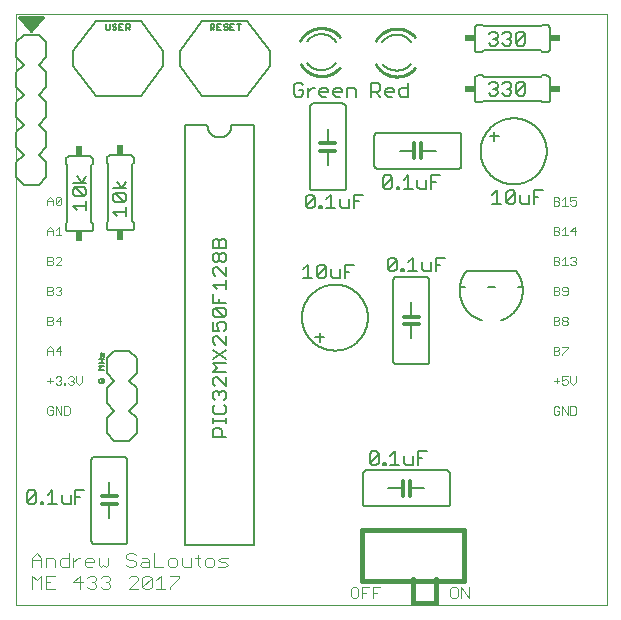
<source format=gto>
G75*
%MOIN*%
%OFA0B0*%
%FSLAX25Y25*%
%IPPOS*%
%LPD*%
%AMOC8*
5,1,8,0,0,1.08239X$1,22.5*
%
%ADD10C,0.00000*%
%ADD11C,0.01000*%
%ADD12C,0.00400*%
%ADD13C,0.00300*%
%ADD14C,0.00200*%
%ADD15C,0.01200*%
%ADD16C,0.00600*%
%ADD17C,0.00500*%
%ADD18R,0.02400X0.03400*%
%ADD19R,0.03400X0.02400*%
%ADD20C,0.00800*%
%ADD21C,0.01600*%
D10*
X0001500Y0001500D02*
X0001500Y0198350D01*
X0198350Y0198350D01*
X0198350Y0001500D01*
X0001500Y0001500D01*
D11*
X0103291Y0177732D02*
X0103096Y0177734D01*
X0102900Y0177742D01*
X0102705Y0177754D01*
X0102510Y0177770D01*
X0102315Y0177792D01*
X0102121Y0177818D01*
X0101928Y0177849D01*
X0101736Y0177885D01*
X0101544Y0177925D01*
X0101354Y0177970D01*
X0101165Y0178020D01*
X0100977Y0178074D01*
X0100790Y0178133D01*
X0100605Y0178196D01*
X0100422Y0178264D01*
X0100240Y0178337D01*
X0100060Y0178413D01*
X0099882Y0178495D01*
X0099706Y0178580D01*
X0099532Y0178670D01*
X0099361Y0178764D01*
X0099191Y0178862D01*
X0099025Y0178965D01*
X0098860Y0179071D01*
X0098699Y0179181D01*
X0098540Y0179295D01*
X0098384Y0179414D01*
X0098231Y0179535D01*
X0098081Y0179661D01*
X0097934Y0179790D01*
X0097790Y0179923D01*
X0097650Y0180059D01*
X0097513Y0180199D01*
X0097379Y0180342D01*
X0097249Y0180488D01*
X0097123Y0180637D01*
X0097000Y0180790D01*
X0096881Y0180945D01*
X0096766Y0181103D01*
X0096655Y0181264D01*
X0096548Y0181428D01*
X0096444Y0181594D01*
X0096345Y0181763D01*
X0103291Y0193732D02*
X0103486Y0193730D01*
X0103680Y0193723D01*
X0103874Y0193711D01*
X0104068Y0193694D01*
X0104262Y0193673D01*
X0104455Y0193647D01*
X0104647Y0193616D01*
X0104839Y0193581D01*
X0105029Y0193541D01*
X0105219Y0193496D01*
X0105407Y0193447D01*
X0105594Y0193393D01*
X0105780Y0193335D01*
X0105964Y0193272D01*
X0106147Y0193205D01*
X0106328Y0193133D01*
X0106507Y0193057D01*
X0106684Y0192977D01*
X0106859Y0192892D01*
X0107033Y0192803D01*
X0107203Y0192710D01*
X0107372Y0192613D01*
X0107538Y0192511D01*
X0107702Y0192406D01*
X0107863Y0192297D01*
X0108022Y0192184D01*
X0108177Y0192067D01*
X0108330Y0191946D01*
X0108479Y0191821D01*
X0108626Y0191693D01*
X0108770Y0191562D01*
X0108910Y0191427D01*
X0109047Y0191288D01*
X0109180Y0191147D01*
X0109310Y0191002D01*
X0109437Y0190854D01*
X0103292Y0193732D02*
X0103100Y0193730D01*
X0102908Y0193723D01*
X0102716Y0193711D01*
X0102524Y0193695D01*
X0102333Y0193674D01*
X0102143Y0193649D01*
X0101953Y0193619D01*
X0101764Y0193585D01*
X0101576Y0193546D01*
X0101389Y0193502D01*
X0101203Y0193454D01*
X0101018Y0193402D01*
X0100834Y0193345D01*
X0100652Y0193284D01*
X0100472Y0193218D01*
X0100293Y0193148D01*
X0100115Y0193074D01*
X0099940Y0192996D01*
X0099766Y0192913D01*
X0099595Y0192826D01*
X0099426Y0192736D01*
X0099259Y0192641D01*
X0099094Y0192542D01*
X0098931Y0192439D01*
X0098772Y0192332D01*
X0098614Y0192222D01*
X0098460Y0192108D01*
X0098308Y0191990D01*
X0098159Y0191868D01*
X0098013Y0191743D01*
X0097871Y0191615D01*
X0097731Y0191483D01*
X0097594Y0191348D01*
X0097461Y0191209D01*
X0097331Y0191068D01*
X0097205Y0190923D01*
X0097082Y0190775D01*
X0096963Y0190625D01*
X0096847Y0190471D01*
X0096735Y0190315D01*
X0096627Y0190156D01*
X0096522Y0189995D01*
X0096422Y0189831D01*
X0096326Y0189665D01*
X0096233Y0189497D01*
X0103291Y0177732D02*
X0103484Y0177734D01*
X0103677Y0177741D01*
X0103869Y0177753D01*
X0104062Y0177769D01*
X0104254Y0177790D01*
X0104445Y0177816D01*
X0104635Y0177846D01*
X0104825Y0177881D01*
X0105014Y0177920D01*
X0105202Y0177964D01*
X0105389Y0178012D01*
X0105575Y0178065D01*
X0105759Y0178122D01*
X0105942Y0178184D01*
X0106123Y0178250D01*
X0106303Y0178321D01*
X0106481Y0178395D01*
X0106657Y0178474D01*
X0106831Y0178558D01*
X0107003Y0178645D01*
X0107173Y0178737D01*
X0107340Y0178833D01*
X0107506Y0178932D01*
X0107669Y0179036D01*
X0107829Y0179143D01*
X0107986Y0179255D01*
X0108141Y0179370D01*
X0108293Y0179489D01*
X0108442Y0179611D01*
X0108589Y0179737D01*
X0108732Y0179867D01*
X0108872Y0180000D01*
X0109008Y0180136D01*
X0109142Y0180276D01*
X0109271Y0180418D01*
X0109398Y0180564D01*
X0121463Y0181606D02*
X0121562Y0181437D01*
X0121666Y0181271D01*
X0121773Y0181107D01*
X0121884Y0180946D01*
X0121999Y0180788D01*
X0122118Y0180633D01*
X0122241Y0180480D01*
X0122367Y0180331D01*
X0122497Y0180185D01*
X0122631Y0180042D01*
X0122768Y0179902D01*
X0122908Y0179766D01*
X0123052Y0179633D01*
X0123199Y0179504D01*
X0123349Y0179378D01*
X0123502Y0179257D01*
X0123658Y0179138D01*
X0123817Y0179024D01*
X0123978Y0178914D01*
X0124143Y0178808D01*
X0124309Y0178705D01*
X0124479Y0178607D01*
X0124650Y0178513D01*
X0124824Y0178423D01*
X0125000Y0178338D01*
X0125178Y0178256D01*
X0125358Y0178180D01*
X0125540Y0178107D01*
X0125723Y0178039D01*
X0125908Y0177976D01*
X0126095Y0177917D01*
X0126283Y0177863D01*
X0126472Y0177813D01*
X0126662Y0177768D01*
X0126854Y0177728D01*
X0127046Y0177692D01*
X0127239Y0177661D01*
X0127433Y0177635D01*
X0127628Y0177613D01*
X0127823Y0177597D01*
X0128018Y0177585D01*
X0128214Y0177577D01*
X0128409Y0177575D01*
X0121351Y0189340D02*
X0121444Y0189508D01*
X0121540Y0189674D01*
X0121640Y0189838D01*
X0121745Y0189999D01*
X0121853Y0190158D01*
X0121965Y0190314D01*
X0122081Y0190468D01*
X0122200Y0190618D01*
X0122323Y0190766D01*
X0122449Y0190911D01*
X0122579Y0191052D01*
X0122712Y0191191D01*
X0122849Y0191326D01*
X0122989Y0191458D01*
X0123131Y0191586D01*
X0123277Y0191711D01*
X0123426Y0191833D01*
X0123578Y0191951D01*
X0123732Y0192065D01*
X0123890Y0192175D01*
X0124049Y0192282D01*
X0124212Y0192385D01*
X0124377Y0192484D01*
X0124544Y0192579D01*
X0124713Y0192669D01*
X0124884Y0192756D01*
X0125058Y0192839D01*
X0125233Y0192917D01*
X0125411Y0192991D01*
X0125590Y0193061D01*
X0125770Y0193127D01*
X0125952Y0193188D01*
X0126136Y0193245D01*
X0126321Y0193297D01*
X0126507Y0193345D01*
X0126694Y0193389D01*
X0126882Y0193428D01*
X0127071Y0193462D01*
X0127261Y0193492D01*
X0127451Y0193517D01*
X0127642Y0193538D01*
X0127834Y0193554D01*
X0128026Y0193566D01*
X0128218Y0193573D01*
X0128410Y0193575D01*
X0134517Y0180407D02*
X0134390Y0180261D01*
X0134261Y0180119D01*
X0134127Y0179979D01*
X0133991Y0179843D01*
X0133851Y0179710D01*
X0133708Y0179580D01*
X0133561Y0179454D01*
X0133412Y0179332D01*
X0133260Y0179213D01*
X0133105Y0179098D01*
X0132948Y0178986D01*
X0132788Y0178879D01*
X0132625Y0178775D01*
X0132459Y0178676D01*
X0132292Y0178580D01*
X0132122Y0178488D01*
X0131950Y0178401D01*
X0131776Y0178317D01*
X0131600Y0178238D01*
X0131422Y0178164D01*
X0131242Y0178093D01*
X0131061Y0178027D01*
X0130878Y0177965D01*
X0130694Y0177908D01*
X0130508Y0177855D01*
X0130321Y0177807D01*
X0130133Y0177763D01*
X0129944Y0177724D01*
X0129754Y0177689D01*
X0129564Y0177659D01*
X0129373Y0177633D01*
X0129181Y0177612D01*
X0128988Y0177596D01*
X0128796Y0177584D01*
X0128603Y0177577D01*
X0128410Y0177575D01*
X0134555Y0190697D02*
X0134428Y0190845D01*
X0134298Y0190990D01*
X0134165Y0191131D01*
X0134028Y0191270D01*
X0133888Y0191405D01*
X0133744Y0191536D01*
X0133597Y0191664D01*
X0133448Y0191789D01*
X0133295Y0191910D01*
X0133140Y0192027D01*
X0132981Y0192140D01*
X0132820Y0192249D01*
X0132656Y0192354D01*
X0132490Y0192456D01*
X0132321Y0192553D01*
X0132151Y0192646D01*
X0131977Y0192735D01*
X0131802Y0192820D01*
X0131625Y0192900D01*
X0131446Y0192976D01*
X0131265Y0193048D01*
X0131082Y0193115D01*
X0130898Y0193178D01*
X0130712Y0193236D01*
X0130525Y0193290D01*
X0130337Y0193339D01*
X0130147Y0193384D01*
X0129957Y0193424D01*
X0129765Y0193459D01*
X0129573Y0193490D01*
X0129380Y0193516D01*
X0129186Y0193537D01*
X0128992Y0193554D01*
X0128798Y0193566D01*
X0128604Y0193573D01*
X0128409Y0193575D01*
X0010516Y0197366D02*
X0002583Y0197366D01*
X0006520Y0192740D01*
X0010516Y0197366D01*
X0010379Y0197208D02*
X0002717Y0197208D01*
X0003567Y0196210D02*
X0009517Y0196210D01*
X0008654Y0195211D02*
X0004417Y0195211D01*
X0005266Y0194213D02*
X0007792Y0194213D01*
X0006929Y0193214D02*
X0006116Y0193214D01*
D12*
X0008353Y0018725D02*
X0009887Y0017191D01*
X0009887Y0014121D01*
X0011422Y0014121D02*
X0011422Y0017191D01*
X0013724Y0017191D01*
X0014491Y0016423D01*
X0014491Y0014121D01*
X0016026Y0014889D02*
X0016026Y0016423D01*
X0016793Y0017191D01*
X0019095Y0017191D01*
X0019095Y0018725D02*
X0019095Y0014121D01*
X0016793Y0014121D01*
X0016026Y0014889D01*
X0014491Y0011225D02*
X0011422Y0011225D01*
X0011422Y0006621D01*
X0014491Y0006621D01*
X0012957Y0008923D02*
X0011422Y0008923D01*
X0009887Y0011225D02*
X0009887Y0006621D01*
X0006818Y0006621D02*
X0006818Y0011225D01*
X0008353Y0009691D01*
X0009887Y0011225D01*
X0006818Y0014121D02*
X0006818Y0017191D01*
X0008353Y0018725D01*
X0006818Y0016423D02*
X0009887Y0016423D01*
X0020630Y0015656D02*
X0022165Y0017191D01*
X0022932Y0017191D01*
X0024466Y0016423D02*
X0024466Y0014889D01*
X0025234Y0014121D01*
X0026768Y0014121D01*
X0027536Y0015656D02*
X0024466Y0015656D01*
X0024466Y0016423D02*
X0025234Y0017191D01*
X0026768Y0017191D01*
X0027536Y0016423D01*
X0027536Y0015656D01*
X0029070Y0014889D02*
X0029070Y0017191D01*
X0029070Y0014889D02*
X0029838Y0014121D01*
X0030605Y0014889D01*
X0031372Y0014121D01*
X0032140Y0014889D01*
X0032140Y0017191D01*
X0032140Y0011225D02*
X0030605Y0011225D01*
X0029838Y0010458D01*
X0028303Y0010458D02*
X0028303Y0009691D01*
X0027536Y0008923D01*
X0028303Y0008156D01*
X0028303Y0007389D01*
X0027536Y0006621D01*
X0026001Y0006621D01*
X0025234Y0007389D01*
X0026768Y0008923D02*
X0027536Y0008923D01*
X0028303Y0010458D02*
X0027536Y0011225D01*
X0026001Y0011225D01*
X0025234Y0010458D01*
X0023699Y0008923D02*
X0020630Y0008923D01*
X0022932Y0011225D01*
X0022932Y0006621D01*
X0029838Y0007389D02*
X0030605Y0006621D01*
X0032140Y0006621D01*
X0032907Y0007389D01*
X0032907Y0008156D01*
X0032140Y0008923D01*
X0031372Y0008923D01*
X0032140Y0008923D02*
X0032907Y0009691D01*
X0032907Y0010458D01*
X0032140Y0011225D01*
X0039046Y0010458D02*
X0039813Y0011225D01*
X0041348Y0011225D01*
X0042115Y0010458D01*
X0042115Y0009691D01*
X0039046Y0006621D01*
X0042115Y0006621D01*
X0043650Y0007389D02*
X0046719Y0010458D01*
X0046719Y0007389D01*
X0045951Y0006621D01*
X0044417Y0006621D01*
X0043650Y0007389D01*
X0043650Y0010458D01*
X0044417Y0011225D01*
X0045951Y0011225D01*
X0046719Y0010458D01*
X0048253Y0009691D02*
X0049788Y0011225D01*
X0049788Y0006621D01*
X0048253Y0006621D02*
X0051323Y0006621D01*
X0052857Y0006621D02*
X0052857Y0007389D01*
X0055927Y0010458D01*
X0055927Y0011225D01*
X0052857Y0011225D01*
X0052857Y0014121D02*
X0052090Y0014889D01*
X0052090Y0016423D01*
X0052857Y0017191D01*
X0054392Y0017191D01*
X0055159Y0016423D01*
X0055159Y0014889D01*
X0054392Y0014121D01*
X0052857Y0014121D01*
X0050555Y0014121D02*
X0047486Y0014121D01*
X0047486Y0018725D01*
X0045951Y0016423D02*
X0045951Y0014121D01*
X0043649Y0014121D01*
X0042882Y0014889D01*
X0043649Y0015656D01*
X0045951Y0015656D01*
X0045951Y0016423D02*
X0045184Y0017191D01*
X0043649Y0017191D01*
X0041348Y0017958D02*
X0040580Y0018725D01*
X0039046Y0018725D01*
X0038278Y0017958D01*
X0038278Y0017191D01*
X0039046Y0016423D01*
X0040580Y0016423D01*
X0041348Y0015656D01*
X0041348Y0014889D01*
X0040580Y0014121D01*
X0039046Y0014121D01*
X0038278Y0014889D01*
X0020630Y0014121D02*
X0020630Y0017191D01*
X0056694Y0017191D02*
X0056694Y0014889D01*
X0057461Y0014121D01*
X0059763Y0014121D01*
X0059763Y0017191D01*
X0061298Y0017191D02*
X0062833Y0017191D01*
X0062065Y0017958D02*
X0062065Y0014889D01*
X0062833Y0014121D01*
X0064367Y0014889D02*
X0064367Y0016423D01*
X0065134Y0017191D01*
X0066669Y0017191D01*
X0067436Y0016423D01*
X0067436Y0014889D01*
X0066669Y0014121D01*
X0065134Y0014121D01*
X0064367Y0014889D01*
X0068971Y0014121D02*
X0071273Y0014121D01*
X0072040Y0014889D01*
X0071273Y0015656D01*
X0069738Y0015656D01*
X0068971Y0016423D01*
X0069738Y0017191D01*
X0072040Y0017191D01*
D13*
X0113126Y0006803D02*
X0113126Y0004334D01*
X0113744Y0003717D01*
X0114978Y0003717D01*
X0115595Y0004334D01*
X0115595Y0006803D01*
X0114978Y0007420D01*
X0113744Y0007420D01*
X0113126Y0006803D01*
X0116810Y0007420D02*
X0116810Y0003717D01*
X0116810Y0005569D02*
X0118044Y0005569D01*
X0116810Y0007420D02*
X0119278Y0007420D01*
X0120493Y0007420D02*
X0122961Y0007420D01*
X0121727Y0005569D02*
X0120493Y0005569D01*
X0120493Y0007420D02*
X0120493Y0003717D01*
X0146275Y0004334D02*
X0146892Y0003717D01*
X0148126Y0003717D01*
X0148743Y0004334D01*
X0148743Y0006803D01*
X0148126Y0007420D01*
X0146892Y0007420D01*
X0146275Y0006803D01*
X0146275Y0004334D01*
X0149958Y0003717D02*
X0149958Y0007420D01*
X0152427Y0003717D01*
X0152427Y0007420D01*
D14*
X0181221Y0064848D02*
X0182155Y0064848D01*
X0182622Y0065315D01*
X0182622Y0066249D01*
X0181688Y0066249D01*
X0182622Y0067183D02*
X0182155Y0067650D01*
X0181221Y0067650D01*
X0180754Y0067183D01*
X0180754Y0065315D01*
X0181221Y0064848D01*
X0183516Y0064848D02*
X0183516Y0067650D01*
X0185384Y0064848D01*
X0185384Y0067650D01*
X0186278Y0067650D02*
X0186278Y0064848D01*
X0187679Y0064848D01*
X0188147Y0065315D01*
X0188147Y0067183D01*
X0187679Y0067650D01*
X0186278Y0067650D01*
X0187212Y0074808D02*
X0188147Y0075742D01*
X0188147Y0077610D01*
X0186278Y0077610D02*
X0186278Y0075742D01*
X0187212Y0074808D01*
X0185384Y0075275D02*
X0185384Y0076209D01*
X0184917Y0076676D01*
X0184450Y0076676D01*
X0183516Y0076209D01*
X0183516Y0077610D01*
X0185384Y0077610D01*
X0185384Y0075275D02*
X0184917Y0074808D01*
X0183983Y0074808D01*
X0183516Y0075275D01*
X0182622Y0076209D02*
X0180754Y0076209D01*
X0181688Y0077143D02*
X0181688Y0075275D01*
X0182155Y0084768D02*
X0180754Y0084768D01*
X0180754Y0087570D01*
X0182155Y0087570D01*
X0182622Y0087103D01*
X0182622Y0086636D01*
X0182155Y0086169D01*
X0180754Y0086169D01*
X0182155Y0086169D02*
X0182622Y0085702D01*
X0182622Y0085235D01*
X0182155Y0084768D01*
X0183516Y0084768D02*
X0183516Y0085235D01*
X0185384Y0087103D01*
X0185384Y0087570D01*
X0183516Y0087570D01*
X0183983Y0094728D02*
X0183516Y0095195D01*
X0183516Y0095662D01*
X0183983Y0096129D01*
X0184917Y0096129D01*
X0185384Y0095662D01*
X0185384Y0095195D01*
X0184917Y0094728D01*
X0183983Y0094728D01*
X0183983Y0096129D02*
X0183516Y0096596D01*
X0183516Y0097063D01*
X0183983Y0097530D01*
X0184917Y0097530D01*
X0185384Y0097063D01*
X0185384Y0096596D01*
X0184917Y0096129D01*
X0182622Y0095662D02*
X0182622Y0095195D01*
X0182155Y0094728D01*
X0180754Y0094728D01*
X0180754Y0097530D01*
X0182155Y0097530D01*
X0182622Y0097063D01*
X0182622Y0096596D01*
X0182155Y0096129D01*
X0180754Y0096129D01*
X0182155Y0096129D02*
X0182622Y0095662D01*
X0182155Y0104688D02*
X0180754Y0104688D01*
X0180754Y0107490D01*
X0182155Y0107490D01*
X0182622Y0107023D01*
X0182622Y0106556D01*
X0182155Y0106089D01*
X0180754Y0106089D01*
X0182155Y0106089D02*
X0182622Y0105622D01*
X0182622Y0105155D01*
X0182155Y0104688D01*
X0183516Y0105155D02*
X0183983Y0104688D01*
X0184917Y0104688D01*
X0185384Y0105155D01*
X0185384Y0107023D01*
X0184917Y0107490D01*
X0183983Y0107490D01*
X0183516Y0107023D01*
X0183516Y0106556D01*
X0183983Y0106089D01*
X0185384Y0106089D01*
X0185384Y0114648D02*
X0183516Y0114648D01*
X0184450Y0114648D02*
X0184450Y0117450D01*
X0183516Y0116516D01*
X0182622Y0116516D02*
X0182155Y0116049D01*
X0180754Y0116049D01*
X0182155Y0116049D02*
X0182622Y0115582D01*
X0182622Y0115115D01*
X0182155Y0114648D01*
X0180754Y0114648D01*
X0180754Y0117450D01*
X0182155Y0117450D01*
X0182622Y0116983D01*
X0182622Y0116516D01*
X0186278Y0116983D02*
X0186745Y0117450D01*
X0187679Y0117450D01*
X0188147Y0116983D01*
X0188147Y0116516D01*
X0187679Y0116049D01*
X0188147Y0115582D01*
X0188147Y0115115D01*
X0187679Y0114648D01*
X0186745Y0114648D01*
X0186278Y0115115D01*
X0187212Y0116049D02*
X0187679Y0116049D01*
X0187679Y0124608D02*
X0187679Y0127410D01*
X0186278Y0126009D01*
X0188147Y0126009D01*
X0185384Y0124608D02*
X0183516Y0124608D01*
X0184450Y0124608D02*
X0184450Y0127410D01*
X0183516Y0126476D01*
X0182622Y0126476D02*
X0182155Y0126009D01*
X0180754Y0126009D01*
X0182155Y0126009D02*
X0182622Y0125542D01*
X0182622Y0125075D01*
X0182155Y0124608D01*
X0180754Y0124608D01*
X0180754Y0127410D01*
X0182155Y0127410D01*
X0182622Y0126943D01*
X0182622Y0126476D01*
X0182155Y0134568D02*
X0180754Y0134568D01*
X0180754Y0137370D01*
X0182155Y0137370D01*
X0182622Y0136903D01*
X0182622Y0136436D01*
X0182155Y0135969D01*
X0180754Y0135969D01*
X0182155Y0135969D02*
X0182622Y0135502D01*
X0182622Y0135035D01*
X0182155Y0134568D01*
X0183516Y0134568D02*
X0185384Y0134568D01*
X0184450Y0134568D02*
X0184450Y0137370D01*
X0183516Y0136436D01*
X0186278Y0135969D02*
X0187212Y0136436D01*
X0187679Y0136436D01*
X0188147Y0135969D01*
X0188147Y0135035D01*
X0187679Y0134568D01*
X0186745Y0134568D01*
X0186278Y0135035D01*
X0186278Y0135969D02*
X0186278Y0137370D01*
X0188147Y0137370D01*
X0023511Y0077650D02*
X0023511Y0075782D01*
X0022576Y0074847D01*
X0021642Y0075782D01*
X0021642Y0077650D01*
X0020748Y0077183D02*
X0020748Y0076716D01*
X0020281Y0076249D01*
X0020748Y0075782D01*
X0020748Y0075314D01*
X0020281Y0074847D01*
X0019347Y0074847D01*
X0018880Y0075314D01*
X0017966Y0075314D02*
X0017966Y0074847D01*
X0017499Y0074847D01*
X0017499Y0075314D01*
X0017966Y0075314D01*
X0016605Y0075314D02*
X0016138Y0074847D01*
X0015203Y0074847D01*
X0014736Y0075314D01*
X0013842Y0076249D02*
X0011974Y0076249D01*
X0012908Y0077183D02*
X0012908Y0075314D01*
X0014736Y0077183D02*
X0015203Y0077650D01*
X0016138Y0077650D01*
X0016605Y0077183D01*
X0016605Y0076716D01*
X0016138Y0076249D01*
X0016605Y0075782D01*
X0016605Y0075314D01*
X0016138Y0076249D02*
X0015670Y0076249D01*
X0018880Y0077183D02*
X0019347Y0077650D01*
X0020281Y0077650D01*
X0020748Y0077183D01*
X0020281Y0076249D02*
X0019814Y0076249D01*
X0016138Y0084807D02*
X0016138Y0087610D01*
X0014736Y0086209D01*
X0016605Y0086209D01*
X0013842Y0086209D02*
X0011974Y0086209D01*
X0011974Y0086676D02*
X0012908Y0087610D01*
X0013842Y0086676D01*
X0013842Y0084807D01*
X0011974Y0084807D02*
X0011974Y0086676D01*
X0011974Y0094767D02*
X0013375Y0094767D01*
X0013842Y0095234D01*
X0013842Y0095702D01*
X0013375Y0096169D01*
X0011974Y0096169D01*
X0011974Y0097570D02*
X0013375Y0097570D01*
X0013842Y0097103D01*
X0013842Y0096636D01*
X0013375Y0096169D01*
X0014736Y0096169D02*
X0016605Y0096169D01*
X0016138Y0097570D02*
X0014736Y0096169D01*
X0016138Y0094767D02*
X0016138Y0097570D01*
X0011974Y0097570D02*
X0011974Y0094767D01*
X0011974Y0104727D02*
X0013375Y0104727D01*
X0013842Y0105194D01*
X0013842Y0105661D01*
X0013375Y0106129D01*
X0011974Y0106129D01*
X0011974Y0107530D02*
X0013375Y0107530D01*
X0013842Y0107063D01*
X0013842Y0106596D01*
X0013375Y0106129D01*
X0014736Y0107063D02*
X0015203Y0107530D01*
X0016138Y0107530D01*
X0016605Y0107063D01*
X0016605Y0106596D01*
X0016138Y0106129D01*
X0016605Y0105661D01*
X0016605Y0105194D01*
X0016138Y0104727D01*
X0015203Y0104727D01*
X0014736Y0105194D01*
X0015670Y0106129D02*
X0016138Y0106129D01*
X0011974Y0104727D02*
X0011974Y0107530D01*
X0011974Y0114687D02*
X0013375Y0114687D01*
X0013842Y0115154D01*
X0013842Y0115621D01*
X0013375Y0116089D01*
X0011974Y0116089D01*
X0011974Y0117490D02*
X0013375Y0117490D01*
X0013842Y0117023D01*
X0013842Y0116556D01*
X0013375Y0116089D01*
X0014736Y0117023D02*
X0015203Y0117490D01*
X0016138Y0117490D01*
X0016605Y0117023D01*
X0016605Y0116556D01*
X0014736Y0114687D01*
X0016605Y0114687D01*
X0011974Y0114687D02*
X0011974Y0117490D01*
X0011974Y0124647D02*
X0011974Y0126516D01*
X0012908Y0127450D01*
X0013842Y0126516D01*
X0013842Y0124647D01*
X0014736Y0124647D02*
X0016605Y0124647D01*
X0015670Y0124647D02*
X0015670Y0127450D01*
X0014736Y0126516D01*
X0013842Y0126049D02*
X0011974Y0126049D01*
X0011974Y0134607D02*
X0011974Y0136476D01*
X0012908Y0137410D01*
X0013842Y0136476D01*
X0013842Y0134607D01*
X0014736Y0135074D02*
X0014736Y0136943D01*
X0015203Y0137410D01*
X0016138Y0137410D01*
X0016605Y0136943D01*
X0014736Y0135074D01*
X0015203Y0134607D01*
X0016138Y0134607D01*
X0016605Y0135074D01*
X0016605Y0136943D01*
X0013842Y0136009D02*
X0011974Y0136009D01*
X0012441Y0067690D02*
X0011974Y0067223D01*
X0011974Y0065354D01*
X0012441Y0064887D01*
X0013375Y0064887D01*
X0013842Y0065354D01*
X0013842Y0066289D01*
X0012908Y0066289D01*
X0013842Y0067223D02*
X0013375Y0067690D01*
X0012441Y0067690D01*
X0014736Y0067690D02*
X0014736Y0064887D01*
X0016605Y0064887D02*
X0014736Y0067690D01*
X0016605Y0067690D02*
X0016605Y0064887D01*
X0017499Y0064887D02*
X0018900Y0064887D01*
X0019367Y0065354D01*
X0019367Y0067223D01*
X0018900Y0067690D01*
X0017499Y0067690D01*
X0017499Y0064887D01*
D15*
X0030161Y0037603D02*
X0032661Y0037603D01*
X0035161Y0037603D01*
X0035161Y0035103D02*
X0032661Y0035103D01*
X0030161Y0035103D01*
X0130357Y0037799D02*
X0130357Y0040299D01*
X0130357Y0042799D01*
X0132857Y0042799D02*
X0132857Y0040299D01*
X0132857Y0037799D01*
X0133272Y0095023D02*
X0130772Y0095023D01*
X0133272Y0095023D02*
X0135772Y0095023D01*
X0135772Y0097523D02*
X0133272Y0097523D01*
X0130772Y0097523D01*
X0134157Y0150398D02*
X0134157Y0152898D01*
X0134157Y0155398D01*
X0136657Y0155398D02*
X0136657Y0152898D01*
X0136657Y0150398D01*
X0107976Y0152798D02*
X0105476Y0152798D01*
X0102976Y0152798D01*
X0102976Y0155298D02*
X0105476Y0155298D01*
X0107976Y0155298D01*
D16*
X0105476Y0155298D02*
X0105476Y0160098D01*
X0099476Y0167598D02*
X0099478Y0167658D01*
X0099483Y0167719D01*
X0099492Y0167778D01*
X0099505Y0167837D01*
X0099521Y0167896D01*
X0099541Y0167953D01*
X0099564Y0168008D01*
X0099591Y0168063D01*
X0099620Y0168115D01*
X0099653Y0168166D01*
X0099689Y0168215D01*
X0099727Y0168261D01*
X0099769Y0168305D01*
X0099813Y0168347D01*
X0099859Y0168385D01*
X0099908Y0168421D01*
X0099959Y0168454D01*
X0100011Y0168483D01*
X0100066Y0168510D01*
X0100121Y0168533D01*
X0100178Y0168553D01*
X0100237Y0168569D01*
X0100296Y0168582D01*
X0100355Y0168591D01*
X0100416Y0168596D01*
X0100476Y0168598D01*
X0110476Y0168598D01*
X0110536Y0168596D01*
X0110597Y0168591D01*
X0110656Y0168582D01*
X0110715Y0168569D01*
X0110774Y0168553D01*
X0110831Y0168533D01*
X0110886Y0168510D01*
X0110941Y0168483D01*
X0110993Y0168454D01*
X0111044Y0168421D01*
X0111093Y0168385D01*
X0111139Y0168347D01*
X0111183Y0168305D01*
X0111225Y0168261D01*
X0111263Y0168215D01*
X0111299Y0168166D01*
X0111332Y0168115D01*
X0111361Y0168063D01*
X0111388Y0168008D01*
X0111411Y0167953D01*
X0111431Y0167896D01*
X0111447Y0167837D01*
X0111460Y0167778D01*
X0111469Y0167719D01*
X0111474Y0167658D01*
X0111476Y0167598D01*
X0111476Y0140598D01*
X0111474Y0140538D01*
X0111469Y0140477D01*
X0111460Y0140418D01*
X0111447Y0140359D01*
X0111431Y0140300D01*
X0111411Y0140243D01*
X0111388Y0140188D01*
X0111361Y0140133D01*
X0111332Y0140081D01*
X0111299Y0140030D01*
X0111263Y0139981D01*
X0111225Y0139935D01*
X0111183Y0139891D01*
X0111139Y0139849D01*
X0111093Y0139811D01*
X0111044Y0139775D01*
X0110993Y0139742D01*
X0110941Y0139713D01*
X0110886Y0139686D01*
X0110831Y0139663D01*
X0110774Y0139643D01*
X0110715Y0139627D01*
X0110656Y0139614D01*
X0110597Y0139605D01*
X0110536Y0139600D01*
X0110476Y0139598D01*
X0100476Y0139598D01*
X0100416Y0139600D01*
X0100355Y0139605D01*
X0100296Y0139614D01*
X0100237Y0139627D01*
X0100178Y0139643D01*
X0100121Y0139663D01*
X0100066Y0139686D01*
X0100011Y0139713D01*
X0099959Y0139742D01*
X0099908Y0139775D01*
X0099859Y0139811D01*
X0099813Y0139849D01*
X0099769Y0139891D01*
X0099727Y0139935D01*
X0099689Y0139981D01*
X0099653Y0140030D01*
X0099620Y0140081D01*
X0099591Y0140133D01*
X0099564Y0140188D01*
X0099541Y0140243D01*
X0099521Y0140300D01*
X0099505Y0140359D01*
X0099492Y0140418D01*
X0099483Y0140477D01*
X0099478Y0140538D01*
X0099476Y0140598D01*
X0099476Y0167598D01*
X0105476Y0152798D02*
X0105476Y0148098D01*
X0120957Y0147898D02*
X0120957Y0157898D01*
X0120959Y0157958D01*
X0120964Y0158019D01*
X0120973Y0158078D01*
X0120986Y0158137D01*
X0121002Y0158196D01*
X0121022Y0158253D01*
X0121045Y0158308D01*
X0121072Y0158363D01*
X0121101Y0158415D01*
X0121134Y0158466D01*
X0121170Y0158515D01*
X0121208Y0158561D01*
X0121250Y0158605D01*
X0121294Y0158647D01*
X0121340Y0158685D01*
X0121389Y0158721D01*
X0121440Y0158754D01*
X0121492Y0158783D01*
X0121547Y0158810D01*
X0121602Y0158833D01*
X0121659Y0158853D01*
X0121718Y0158869D01*
X0121777Y0158882D01*
X0121836Y0158891D01*
X0121897Y0158896D01*
X0121957Y0158898D01*
X0148957Y0158898D01*
X0149017Y0158896D01*
X0149078Y0158891D01*
X0149137Y0158882D01*
X0149196Y0158869D01*
X0149255Y0158853D01*
X0149312Y0158833D01*
X0149367Y0158810D01*
X0149422Y0158783D01*
X0149474Y0158754D01*
X0149525Y0158721D01*
X0149574Y0158685D01*
X0149620Y0158647D01*
X0149664Y0158605D01*
X0149706Y0158561D01*
X0149744Y0158515D01*
X0149780Y0158466D01*
X0149813Y0158415D01*
X0149842Y0158363D01*
X0149869Y0158308D01*
X0149892Y0158253D01*
X0149912Y0158196D01*
X0149928Y0158137D01*
X0149941Y0158078D01*
X0149950Y0158019D01*
X0149955Y0157958D01*
X0149957Y0157898D01*
X0149957Y0147898D01*
X0149955Y0147838D01*
X0149950Y0147777D01*
X0149941Y0147718D01*
X0149928Y0147659D01*
X0149912Y0147600D01*
X0149892Y0147543D01*
X0149869Y0147488D01*
X0149842Y0147433D01*
X0149813Y0147381D01*
X0149780Y0147330D01*
X0149744Y0147281D01*
X0149706Y0147235D01*
X0149664Y0147191D01*
X0149620Y0147149D01*
X0149574Y0147111D01*
X0149525Y0147075D01*
X0149474Y0147042D01*
X0149422Y0147013D01*
X0149367Y0146986D01*
X0149312Y0146963D01*
X0149255Y0146943D01*
X0149196Y0146927D01*
X0149137Y0146914D01*
X0149078Y0146905D01*
X0149017Y0146900D01*
X0148957Y0146898D01*
X0121957Y0146898D01*
X0121897Y0146900D01*
X0121836Y0146905D01*
X0121777Y0146914D01*
X0121718Y0146927D01*
X0121659Y0146943D01*
X0121602Y0146963D01*
X0121547Y0146986D01*
X0121492Y0147013D01*
X0121440Y0147042D01*
X0121389Y0147075D01*
X0121340Y0147111D01*
X0121294Y0147149D01*
X0121250Y0147191D01*
X0121208Y0147235D01*
X0121170Y0147281D01*
X0121134Y0147330D01*
X0121101Y0147381D01*
X0121072Y0147433D01*
X0121045Y0147488D01*
X0121022Y0147543D01*
X0121002Y0147600D01*
X0120986Y0147659D01*
X0120973Y0147718D01*
X0120964Y0147777D01*
X0120959Y0147838D01*
X0120957Y0147898D01*
X0129457Y0152898D02*
X0134157Y0152898D01*
X0136657Y0152898D02*
X0141457Y0152898D01*
X0155453Y0168929D02*
X0156953Y0168929D01*
X0157453Y0169429D01*
X0176453Y0169429D01*
X0176953Y0168929D01*
X0178453Y0168929D01*
X0178513Y0168931D01*
X0178574Y0168936D01*
X0178633Y0168945D01*
X0178692Y0168958D01*
X0178751Y0168974D01*
X0178808Y0168994D01*
X0178863Y0169017D01*
X0178918Y0169044D01*
X0178970Y0169073D01*
X0179021Y0169106D01*
X0179070Y0169142D01*
X0179116Y0169180D01*
X0179160Y0169222D01*
X0179202Y0169266D01*
X0179240Y0169312D01*
X0179276Y0169361D01*
X0179309Y0169412D01*
X0179338Y0169464D01*
X0179365Y0169519D01*
X0179388Y0169574D01*
X0179408Y0169631D01*
X0179424Y0169690D01*
X0179437Y0169749D01*
X0179446Y0169808D01*
X0179451Y0169869D01*
X0179453Y0169929D01*
X0179453Y0176929D01*
X0179451Y0176989D01*
X0179446Y0177050D01*
X0179437Y0177109D01*
X0179424Y0177168D01*
X0179408Y0177227D01*
X0179388Y0177284D01*
X0179365Y0177339D01*
X0179338Y0177394D01*
X0179309Y0177446D01*
X0179276Y0177497D01*
X0179240Y0177546D01*
X0179202Y0177592D01*
X0179160Y0177636D01*
X0179116Y0177678D01*
X0179070Y0177716D01*
X0179021Y0177752D01*
X0178970Y0177785D01*
X0178918Y0177814D01*
X0178863Y0177841D01*
X0178808Y0177864D01*
X0178751Y0177884D01*
X0178692Y0177900D01*
X0178633Y0177913D01*
X0178574Y0177922D01*
X0178513Y0177927D01*
X0178453Y0177929D01*
X0176953Y0177929D01*
X0176453Y0177429D01*
X0157453Y0177429D01*
X0156953Y0177929D01*
X0155453Y0177929D01*
X0155393Y0177927D01*
X0155332Y0177922D01*
X0155273Y0177913D01*
X0155214Y0177900D01*
X0155155Y0177884D01*
X0155098Y0177864D01*
X0155043Y0177841D01*
X0154988Y0177814D01*
X0154936Y0177785D01*
X0154885Y0177752D01*
X0154836Y0177716D01*
X0154790Y0177678D01*
X0154746Y0177636D01*
X0154704Y0177592D01*
X0154666Y0177546D01*
X0154630Y0177497D01*
X0154597Y0177446D01*
X0154568Y0177394D01*
X0154541Y0177339D01*
X0154518Y0177284D01*
X0154498Y0177227D01*
X0154482Y0177168D01*
X0154469Y0177109D01*
X0154460Y0177050D01*
X0154455Y0176989D01*
X0154453Y0176929D01*
X0154453Y0169929D01*
X0154455Y0169869D01*
X0154460Y0169808D01*
X0154469Y0169749D01*
X0154482Y0169690D01*
X0154498Y0169631D01*
X0154518Y0169574D01*
X0154541Y0169519D01*
X0154568Y0169464D01*
X0154597Y0169412D01*
X0154630Y0169361D01*
X0154666Y0169312D01*
X0154704Y0169266D01*
X0154746Y0169222D01*
X0154790Y0169180D01*
X0154836Y0169142D01*
X0154885Y0169106D01*
X0154936Y0169073D01*
X0154988Y0169044D01*
X0155043Y0169017D01*
X0155098Y0168994D01*
X0155155Y0168974D01*
X0155214Y0168958D01*
X0155273Y0168945D01*
X0155332Y0168936D01*
X0155393Y0168931D01*
X0155453Y0168929D01*
X0160886Y0159161D02*
X0160886Y0157661D01*
X0162386Y0157661D01*
X0160886Y0157661D02*
X0160886Y0156161D01*
X0160886Y0157661D02*
X0159386Y0157661D01*
X0156386Y0152661D02*
X0156389Y0152931D01*
X0156399Y0153201D01*
X0156416Y0153470D01*
X0156439Y0153739D01*
X0156469Y0154008D01*
X0156505Y0154275D01*
X0156548Y0154542D01*
X0156597Y0154807D01*
X0156653Y0155071D01*
X0156716Y0155334D01*
X0156784Y0155595D01*
X0156860Y0155854D01*
X0156941Y0156111D01*
X0157029Y0156367D01*
X0157123Y0156620D01*
X0157223Y0156871D01*
X0157330Y0157119D01*
X0157442Y0157364D01*
X0157561Y0157607D01*
X0157685Y0157846D01*
X0157815Y0158083D01*
X0157951Y0158316D01*
X0158093Y0158546D01*
X0158240Y0158772D01*
X0158393Y0158995D01*
X0158551Y0159214D01*
X0158714Y0159429D01*
X0158883Y0159639D01*
X0159057Y0159846D01*
X0159236Y0160048D01*
X0159419Y0160246D01*
X0159608Y0160439D01*
X0159801Y0160628D01*
X0159999Y0160811D01*
X0160201Y0160990D01*
X0160408Y0161164D01*
X0160618Y0161333D01*
X0160833Y0161496D01*
X0161052Y0161654D01*
X0161275Y0161807D01*
X0161501Y0161954D01*
X0161731Y0162096D01*
X0161964Y0162232D01*
X0162201Y0162362D01*
X0162440Y0162486D01*
X0162683Y0162605D01*
X0162928Y0162717D01*
X0163176Y0162824D01*
X0163427Y0162924D01*
X0163680Y0163018D01*
X0163936Y0163106D01*
X0164193Y0163187D01*
X0164452Y0163263D01*
X0164713Y0163331D01*
X0164976Y0163394D01*
X0165240Y0163450D01*
X0165505Y0163499D01*
X0165772Y0163542D01*
X0166039Y0163578D01*
X0166308Y0163608D01*
X0166577Y0163631D01*
X0166846Y0163648D01*
X0167116Y0163658D01*
X0167386Y0163661D01*
X0167656Y0163658D01*
X0167926Y0163648D01*
X0168195Y0163631D01*
X0168464Y0163608D01*
X0168733Y0163578D01*
X0169000Y0163542D01*
X0169267Y0163499D01*
X0169532Y0163450D01*
X0169796Y0163394D01*
X0170059Y0163331D01*
X0170320Y0163263D01*
X0170579Y0163187D01*
X0170836Y0163106D01*
X0171092Y0163018D01*
X0171345Y0162924D01*
X0171596Y0162824D01*
X0171844Y0162717D01*
X0172089Y0162605D01*
X0172332Y0162486D01*
X0172571Y0162362D01*
X0172808Y0162232D01*
X0173041Y0162096D01*
X0173271Y0161954D01*
X0173497Y0161807D01*
X0173720Y0161654D01*
X0173939Y0161496D01*
X0174154Y0161333D01*
X0174364Y0161164D01*
X0174571Y0160990D01*
X0174773Y0160811D01*
X0174971Y0160628D01*
X0175164Y0160439D01*
X0175353Y0160246D01*
X0175536Y0160048D01*
X0175715Y0159846D01*
X0175889Y0159639D01*
X0176058Y0159429D01*
X0176221Y0159214D01*
X0176379Y0158995D01*
X0176532Y0158772D01*
X0176679Y0158546D01*
X0176821Y0158316D01*
X0176957Y0158083D01*
X0177087Y0157846D01*
X0177211Y0157607D01*
X0177330Y0157364D01*
X0177442Y0157119D01*
X0177549Y0156871D01*
X0177649Y0156620D01*
X0177743Y0156367D01*
X0177831Y0156111D01*
X0177912Y0155854D01*
X0177988Y0155595D01*
X0178056Y0155334D01*
X0178119Y0155071D01*
X0178175Y0154807D01*
X0178224Y0154542D01*
X0178267Y0154275D01*
X0178303Y0154008D01*
X0178333Y0153739D01*
X0178356Y0153470D01*
X0178373Y0153201D01*
X0178383Y0152931D01*
X0178386Y0152661D01*
X0178383Y0152391D01*
X0178373Y0152121D01*
X0178356Y0151852D01*
X0178333Y0151583D01*
X0178303Y0151314D01*
X0178267Y0151047D01*
X0178224Y0150780D01*
X0178175Y0150515D01*
X0178119Y0150251D01*
X0178056Y0149988D01*
X0177988Y0149727D01*
X0177912Y0149468D01*
X0177831Y0149211D01*
X0177743Y0148955D01*
X0177649Y0148702D01*
X0177549Y0148451D01*
X0177442Y0148203D01*
X0177330Y0147958D01*
X0177211Y0147715D01*
X0177087Y0147476D01*
X0176957Y0147239D01*
X0176821Y0147006D01*
X0176679Y0146776D01*
X0176532Y0146550D01*
X0176379Y0146327D01*
X0176221Y0146108D01*
X0176058Y0145893D01*
X0175889Y0145683D01*
X0175715Y0145476D01*
X0175536Y0145274D01*
X0175353Y0145076D01*
X0175164Y0144883D01*
X0174971Y0144694D01*
X0174773Y0144511D01*
X0174571Y0144332D01*
X0174364Y0144158D01*
X0174154Y0143989D01*
X0173939Y0143826D01*
X0173720Y0143668D01*
X0173497Y0143515D01*
X0173271Y0143368D01*
X0173041Y0143226D01*
X0172808Y0143090D01*
X0172571Y0142960D01*
X0172332Y0142836D01*
X0172089Y0142717D01*
X0171844Y0142605D01*
X0171596Y0142498D01*
X0171345Y0142398D01*
X0171092Y0142304D01*
X0170836Y0142216D01*
X0170579Y0142135D01*
X0170320Y0142059D01*
X0170059Y0141991D01*
X0169796Y0141928D01*
X0169532Y0141872D01*
X0169267Y0141823D01*
X0169000Y0141780D01*
X0168733Y0141744D01*
X0168464Y0141714D01*
X0168195Y0141691D01*
X0167926Y0141674D01*
X0167656Y0141664D01*
X0167386Y0141661D01*
X0167116Y0141664D01*
X0166846Y0141674D01*
X0166577Y0141691D01*
X0166308Y0141714D01*
X0166039Y0141744D01*
X0165772Y0141780D01*
X0165505Y0141823D01*
X0165240Y0141872D01*
X0164976Y0141928D01*
X0164713Y0141991D01*
X0164452Y0142059D01*
X0164193Y0142135D01*
X0163936Y0142216D01*
X0163680Y0142304D01*
X0163427Y0142398D01*
X0163176Y0142498D01*
X0162928Y0142605D01*
X0162683Y0142717D01*
X0162440Y0142836D01*
X0162201Y0142960D01*
X0161964Y0143090D01*
X0161731Y0143226D01*
X0161501Y0143368D01*
X0161275Y0143515D01*
X0161052Y0143668D01*
X0160833Y0143826D01*
X0160618Y0143989D01*
X0160408Y0144158D01*
X0160201Y0144332D01*
X0159999Y0144511D01*
X0159801Y0144694D01*
X0159608Y0144883D01*
X0159419Y0145076D01*
X0159236Y0145274D01*
X0159057Y0145476D01*
X0158883Y0145683D01*
X0158714Y0145893D01*
X0158551Y0146108D01*
X0158393Y0146327D01*
X0158240Y0146550D01*
X0158093Y0146776D01*
X0157951Y0147006D01*
X0157815Y0147239D01*
X0157685Y0147476D01*
X0157561Y0147715D01*
X0157442Y0147958D01*
X0157330Y0148203D01*
X0157223Y0148451D01*
X0157123Y0148702D01*
X0157029Y0148955D01*
X0156941Y0149211D01*
X0156860Y0149468D01*
X0156784Y0149727D01*
X0156716Y0149988D01*
X0156653Y0150251D01*
X0156597Y0150515D01*
X0156548Y0150780D01*
X0156505Y0151047D01*
X0156469Y0151314D01*
X0156439Y0151583D01*
X0156416Y0151852D01*
X0156399Y0152121D01*
X0156389Y0152391D01*
X0156386Y0152661D01*
X0156933Y0185760D02*
X0155433Y0185760D01*
X0155373Y0185762D01*
X0155312Y0185767D01*
X0155253Y0185776D01*
X0155194Y0185789D01*
X0155135Y0185805D01*
X0155078Y0185825D01*
X0155023Y0185848D01*
X0154968Y0185875D01*
X0154916Y0185904D01*
X0154865Y0185937D01*
X0154816Y0185973D01*
X0154770Y0186011D01*
X0154726Y0186053D01*
X0154684Y0186097D01*
X0154646Y0186143D01*
X0154610Y0186192D01*
X0154577Y0186243D01*
X0154548Y0186295D01*
X0154521Y0186350D01*
X0154498Y0186405D01*
X0154478Y0186462D01*
X0154462Y0186521D01*
X0154449Y0186580D01*
X0154440Y0186639D01*
X0154435Y0186700D01*
X0154433Y0186760D01*
X0154433Y0193760D01*
X0154435Y0193820D01*
X0154440Y0193881D01*
X0154449Y0193940D01*
X0154462Y0193999D01*
X0154478Y0194058D01*
X0154498Y0194115D01*
X0154521Y0194170D01*
X0154548Y0194225D01*
X0154577Y0194277D01*
X0154610Y0194328D01*
X0154646Y0194377D01*
X0154684Y0194423D01*
X0154726Y0194467D01*
X0154770Y0194509D01*
X0154816Y0194547D01*
X0154865Y0194583D01*
X0154916Y0194616D01*
X0154968Y0194645D01*
X0155023Y0194672D01*
X0155078Y0194695D01*
X0155135Y0194715D01*
X0155194Y0194731D01*
X0155253Y0194744D01*
X0155312Y0194753D01*
X0155373Y0194758D01*
X0155433Y0194760D01*
X0156933Y0194760D01*
X0157433Y0194260D01*
X0176433Y0194260D01*
X0176933Y0194760D01*
X0178433Y0194760D01*
X0178493Y0194758D01*
X0178554Y0194753D01*
X0178613Y0194744D01*
X0178672Y0194731D01*
X0178731Y0194715D01*
X0178788Y0194695D01*
X0178843Y0194672D01*
X0178898Y0194645D01*
X0178950Y0194616D01*
X0179001Y0194583D01*
X0179050Y0194547D01*
X0179096Y0194509D01*
X0179140Y0194467D01*
X0179182Y0194423D01*
X0179220Y0194377D01*
X0179256Y0194328D01*
X0179289Y0194277D01*
X0179318Y0194225D01*
X0179345Y0194170D01*
X0179368Y0194115D01*
X0179388Y0194058D01*
X0179404Y0193999D01*
X0179417Y0193940D01*
X0179426Y0193881D01*
X0179431Y0193820D01*
X0179433Y0193760D01*
X0179433Y0186760D01*
X0179431Y0186700D01*
X0179426Y0186639D01*
X0179417Y0186580D01*
X0179404Y0186521D01*
X0179388Y0186462D01*
X0179368Y0186405D01*
X0179345Y0186350D01*
X0179318Y0186295D01*
X0179289Y0186243D01*
X0179256Y0186192D01*
X0179220Y0186143D01*
X0179182Y0186097D01*
X0179140Y0186053D01*
X0179096Y0186011D01*
X0179050Y0185973D01*
X0179001Y0185937D01*
X0178950Y0185904D01*
X0178898Y0185875D01*
X0178843Y0185848D01*
X0178788Y0185825D01*
X0178731Y0185805D01*
X0178672Y0185789D01*
X0178613Y0185776D01*
X0178554Y0185767D01*
X0178493Y0185762D01*
X0178433Y0185760D01*
X0176933Y0185760D01*
X0176433Y0186260D01*
X0157433Y0186260D01*
X0156933Y0185760D01*
X0128409Y0179575D02*
X0128257Y0179577D01*
X0128106Y0179583D01*
X0127955Y0179592D01*
X0127803Y0179606D01*
X0127653Y0179623D01*
X0127503Y0179644D01*
X0127353Y0179669D01*
X0127204Y0179697D01*
X0127056Y0179730D01*
X0126909Y0179766D01*
X0126762Y0179805D01*
X0126617Y0179849D01*
X0126473Y0179896D01*
X0126330Y0179947D01*
X0126189Y0180001D01*
X0126048Y0180059D01*
X0125910Y0180120D01*
X0125773Y0180185D01*
X0125637Y0180254D01*
X0125504Y0180325D01*
X0125372Y0180400D01*
X0125242Y0180479D01*
X0125115Y0180560D01*
X0124989Y0180645D01*
X0124865Y0180733D01*
X0124744Y0180824D01*
X0124625Y0180918D01*
X0124509Y0181016D01*
X0124395Y0181116D01*
X0124283Y0181218D01*
X0124175Y0181324D01*
X0124069Y0181432D01*
X0123965Y0181543D01*
X0123865Y0181657D01*
X0123767Y0181773D01*
X0123673Y0181892D01*
X0128409Y0191575D02*
X0128563Y0191573D01*
X0128717Y0191567D01*
X0128871Y0191557D01*
X0129025Y0191543D01*
X0129178Y0191526D01*
X0129330Y0191504D01*
X0129482Y0191478D01*
X0129634Y0191449D01*
X0129784Y0191415D01*
X0129934Y0191378D01*
X0130082Y0191337D01*
X0130230Y0191292D01*
X0130376Y0191243D01*
X0130521Y0191191D01*
X0130664Y0191135D01*
X0130807Y0191075D01*
X0130947Y0191012D01*
X0131086Y0190945D01*
X0131223Y0190874D01*
X0131358Y0190800D01*
X0131491Y0190723D01*
X0131623Y0190642D01*
X0131752Y0190558D01*
X0131879Y0190470D01*
X0132003Y0190379D01*
X0132125Y0190286D01*
X0132245Y0190188D01*
X0132362Y0190088D01*
X0132477Y0189985D01*
X0132589Y0189879D01*
X0132698Y0189771D01*
X0132804Y0189659D01*
X0132908Y0189545D01*
X0133008Y0189428D01*
X0133106Y0189309D01*
X0133200Y0189187D01*
X0133291Y0189062D01*
X0128409Y0191575D02*
X0128259Y0191573D01*
X0128108Y0191567D01*
X0127958Y0191558D01*
X0127809Y0191545D01*
X0127659Y0191528D01*
X0127510Y0191507D01*
X0127362Y0191483D01*
X0127214Y0191455D01*
X0127067Y0191423D01*
X0126921Y0191388D01*
X0126776Y0191348D01*
X0126632Y0191306D01*
X0126489Y0191259D01*
X0126347Y0191209D01*
X0126206Y0191156D01*
X0126067Y0191099D01*
X0125929Y0191039D01*
X0125793Y0190975D01*
X0125659Y0190908D01*
X0125526Y0190837D01*
X0125395Y0190763D01*
X0125266Y0190686D01*
X0125139Y0190605D01*
X0125014Y0190522D01*
X0124891Y0190435D01*
X0124770Y0190346D01*
X0124652Y0190253D01*
X0124536Y0190157D01*
X0124422Y0190059D01*
X0124311Y0189958D01*
X0124202Y0189853D01*
X0124097Y0189747D01*
X0123993Y0189637D01*
X0123893Y0189525D01*
X0123795Y0189411D01*
X0123701Y0189294D01*
X0123609Y0189175D01*
X0128409Y0179575D02*
X0128561Y0179577D01*
X0128712Y0179583D01*
X0128863Y0179592D01*
X0129015Y0179606D01*
X0129165Y0179623D01*
X0129315Y0179644D01*
X0129465Y0179669D01*
X0129614Y0179697D01*
X0129762Y0179730D01*
X0129909Y0179766D01*
X0130056Y0179805D01*
X0130201Y0179849D01*
X0130345Y0179896D01*
X0130488Y0179947D01*
X0130629Y0180001D01*
X0130770Y0180059D01*
X0130908Y0180120D01*
X0131045Y0180185D01*
X0131181Y0180254D01*
X0131314Y0180325D01*
X0131446Y0180400D01*
X0131576Y0180479D01*
X0131703Y0180560D01*
X0131829Y0180645D01*
X0131953Y0180733D01*
X0132074Y0180824D01*
X0132193Y0180918D01*
X0132309Y0181016D01*
X0132423Y0181116D01*
X0132535Y0181218D01*
X0132643Y0181324D01*
X0132749Y0181432D01*
X0132853Y0181543D01*
X0132953Y0181657D01*
X0133051Y0181773D01*
X0133145Y0181892D01*
X0103291Y0179732D02*
X0103139Y0179734D01*
X0102988Y0179740D01*
X0102837Y0179749D01*
X0102685Y0179763D01*
X0102535Y0179780D01*
X0102385Y0179801D01*
X0102235Y0179826D01*
X0102086Y0179854D01*
X0101938Y0179887D01*
X0101791Y0179923D01*
X0101644Y0179962D01*
X0101499Y0180006D01*
X0101355Y0180053D01*
X0101212Y0180104D01*
X0101071Y0180158D01*
X0100930Y0180216D01*
X0100792Y0180277D01*
X0100655Y0180342D01*
X0100519Y0180411D01*
X0100386Y0180482D01*
X0100254Y0180557D01*
X0100124Y0180636D01*
X0099997Y0180717D01*
X0099871Y0180802D01*
X0099747Y0180890D01*
X0099626Y0180981D01*
X0099507Y0181075D01*
X0099391Y0181173D01*
X0099277Y0181273D01*
X0099165Y0181375D01*
X0099057Y0181481D01*
X0098951Y0181589D01*
X0098847Y0181700D01*
X0098747Y0181814D01*
X0098649Y0181930D01*
X0098555Y0182049D01*
X0103291Y0191732D02*
X0103445Y0191730D01*
X0103599Y0191724D01*
X0103753Y0191714D01*
X0103907Y0191700D01*
X0104060Y0191683D01*
X0104212Y0191661D01*
X0104364Y0191635D01*
X0104516Y0191606D01*
X0104666Y0191572D01*
X0104816Y0191535D01*
X0104964Y0191494D01*
X0105112Y0191449D01*
X0105258Y0191400D01*
X0105403Y0191348D01*
X0105546Y0191292D01*
X0105689Y0191232D01*
X0105829Y0191169D01*
X0105968Y0191102D01*
X0106105Y0191031D01*
X0106240Y0190957D01*
X0106373Y0190880D01*
X0106505Y0190799D01*
X0106634Y0190715D01*
X0106761Y0190627D01*
X0106885Y0190536D01*
X0107007Y0190443D01*
X0107127Y0190345D01*
X0107244Y0190245D01*
X0107359Y0190142D01*
X0107471Y0190036D01*
X0107580Y0189928D01*
X0107686Y0189816D01*
X0107790Y0189702D01*
X0107890Y0189585D01*
X0107988Y0189466D01*
X0108082Y0189344D01*
X0108173Y0189219D01*
X0103291Y0191732D02*
X0103141Y0191730D01*
X0102990Y0191724D01*
X0102840Y0191715D01*
X0102691Y0191702D01*
X0102541Y0191685D01*
X0102392Y0191664D01*
X0102244Y0191640D01*
X0102096Y0191612D01*
X0101949Y0191580D01*
X0101803Y0191545D01*
X0101658Y0191505D01*
X0101514Y0191463D01*
X0101371Y0191416D01*
X0101229Y0191366D01*
X0101088Y0191313D01*
X0100949Y0191256D01*
X0100811Y0191196D01*
X0100675Y0191132D01*
X0100541Y0191065D01*
X0100408Y0190994D01*
X0100277Y0190920D01*
X0100148Y0190843D01*
X0100021Y0190762D01*
X0099896Y0190679D01*
X0099773Y0190592D01*
X0099652Y0190503D01*
X0099534Y0190410D01*
X0099418Y0190314D01*
X0099304Y0190216D01*
X0099193Y0190115D01*
X0099084Y0190010D01*
X0098979Y0189904D01*
X0098875Y0189794D01*
X0098775Y0189682D01*
X0098677Y0189568D01*
X0098583Y0189451D01*
X0098491Y0189332D01*
X0103291Y0179732D02*
X0103443Y0179734D01*
X0103594Y0179740D01*
X0103745Y0179749D01*
X0103897Y0179763D01*
X0104047Y0179780D01*
X0104197Y0179801D01*
X0104347Y0179826D01*
X0104496Y0179854D01*
X0104644Y0179887D01*
X0104791Y0179923D01*
X0104938Y0179962D01*
X0105083Y0180006D01*
X0105227Y0180053D01*
X0105370Y0180104D01*
X0105511Y0180158D01*
X0105652Y0180216D01*
X0105790Y0180277D01*
X0105927Y0180342D01*
X0106063Y0180411D01*
X0106196Y0180482D01*
X0106328Y0180557D01*
X0106458Y0180636D01*
X0106585Y0180717D01*
X0106711Y0180802D01*
X0106835Y0180890D01*
X0106956Y0180981D01*
X0107075Y0181075D01*
X0107191Y0181173D01*
X0107305Y0181273D01*
X0107417Y0181375D01*
X0107525Y0181481D01*
X0107631Y0181589D01*
X0107735Y0181700D01*
X0107835Y0181814D01*
X0107933Y0181930D01*
X0108027Y0182049D01*
X0080815Y0161264D02*
X0073315Y0161264D01*
X0073313Y0161138D01*
X0073307Y0161013D01*
X0073297Y0160888D01*
X0073283Y0160763D01*
X0073266Y0160638D01*
X0073244Y0160514D01*
X0073219Y0160391D01*
X0073189Y0160269D01*
X0073156Y0160148D01*
X0073119Y0160028D01*
X0073079Y0159909D01*
X0073034Y0159792D01*
X0072986Y0159675D01*
X0072934Y0159561D01*
X0072879Y0159448D01*
X0072820Y0159337D01*
X0072758Y0159228D01*
X0072692Y0159121D01*
X0072623Y0159016D01*
X0072551Y0158913D01*
X0072476Y0158812D01*
X0072397Y0158714D01*
X0072315Y0158619D01*
X0072231Y0158526D01*
X0072143Y0158436D01*
X0072053Y0158348D01*
X0071960Y0158264D01*
X0071865Y0158182D01*
X0071767Y0158103D01*
X0071666Y0158028D01*
X0071563Y0157956D01*
X0071458Y0157887D01*
X0071351Y0157821D01*
X0071242Y0157759D01*
X0071131Y0157700D01*
X0071018Y0157645D01*
X0070904Y0157593D01*
X0070787Y0157545D01*
X0070670Y0157500D01*
X0070551Y0157460D01*
X0070431Y0157423D01*
X0070310Y0157390D01*
X0070188Y0157360D01*
X0070065Y0157335D01*
X0069941Y0157313D01*
X0069816Y0157296D01*
X0069691Y0157282D01*
X0069566Y0157272D01*
X0069441Y0157266D01*
X0069315Y0157264D01*
X0069189Y0157266D01*
X0069064Y0157272D01*
X0068939Y0157282D01*
X0068814Y0157296D01*
X0068689Y0157313D01*
X0068565Y0157335D01*
X0068442Y0157360D01*
X0068320Y0157390D01*
X0068199Y0157423D01*
X0068079Y0157460D01*
X0067960Y0157500D01*
X0067843Y0157545D01*
X0067726Y0157593D01*
X0067612Y0157645D01*
X0067499Y0157700D01*
X0067388Y0157759D01*
X0067279Y0157821D01*
X0067172Y0157887D01*
X0067067Y0157956D01*
X0066964Y0158028D01*
X0066863Y0158103D01*
X0066765Y0158182D01*
X0066670Y0158264D01*
X0066577Y0158348D01*
X0066487Y0158436D01*
X0066399Y0158526D01*
X0066315Y0158619D01*
X0066233Y0158714D01*
X0066154Y0158812D01*
X0066079Y0158913D01*
X0066007Y0159016D01*
X0065938Y0159121D01*
X0065872Y0159228D01*
X0065810Y0159337D01*
X0065751Y0159448D01*
X0065696Y0159561D01*
X0065644Y0159675D01*
X0065596Y0159792D01*
X0065551Y0159909D01*
X0065511Y0160028D01*
X0065474Y0160148D01*
X0065441Y0160269D01*
X0065411Y0160391D01*
X0065386Y0160514D01*
X0065364Y0160638D01*
X0065347Y0160763D01*
X0065333Y0160888D01*
X0065323Y0161013D01*
X0065317Y0161138D01*
X0065315Y0161264D01*
X0057815Y0161264D01*
X0057815Y0021264D01*
X0080815Y0021264D01*
X0080815Y0161264D01*
X0040764Y0150303D02*
X0040764Y0148803D01*
X0040264Y0148303D01*
X0040264Y0129303D01*
X0040764Y0128803D01*
X0040764Y0127303D01*
X0040762Y0127243D01*
X0040757Y0127182D01*
X0040748Y0127123D01*
X0040735Y0127064D01*
X0040719Y0127005D01*
X0040699Y0126948D01*
X0040676Y0126893D01*
X0040649Y0126838D01*
X0040620Y0126786D01*
X0040587Y0126735D01*
X0040551Y0126686D01*
X0040513Y0126640D01*
X0040471Y0126596D01*
X0040427Y0126554D01*
X0040381Y0126516D01*
X0040332Y0126480D01*
X0040281Y0126447D01*
X0040229Y0126418D01*
X0040174Y0126391D01*
X0040119Y0126368D01*
X0040062Y0126348D01*
X0040003Y0126332D01*
X0039944Y0126319D01*
X0039885Y0126310D01*
X0039824Y0126305D01*
X0039764Y0126303D01*
X0032764Y0126303D01*
X0032704Y0126305D01*
X0032643Y0126310D01*
X0032584Y0126319D01*
X0032525Y0126332D01*
X0032466Y0126348D01*
X0032409Y0126368D01*
X0032354Y0126391D01*
X0032299Y0126418D01*
X0032247Y0126447D01*
X0032196Y0126480D01*
X0032147Y0126516D01*
X0032101Y0126554D01*
X0032057Y0126596D01*
X0032015Y0126640D01*
X0031977Y0126686D01*
X0031941Y0126735D01*
X0031908Y0126786D01*
X0031879Y0126838D01*
X0031852Y0126893D01*
X0031829Y0126948D01*
X0031809Y0127005D01*
X0031793Y0127064D01*
X0031780Y0127123D01*
X0031771Y0127182D01*
X0031766Y0127243D01*
X0031764Y0127303D01*
X0031764Y0128803D01*
X0032264Y0129303D01*
X0032264Y0148303D01*
X0031764Y0148803D01*
X0031764Y0150303D01*
X0031766Y0150363D01*
X0031771Y0150424D01*
X0031780Y0150483D01*
X0031793Y0150542D01*
X0031809Y0150601D01*
X0031829Y0150658D01*
X0031852Y0150713D01*
X0031879Y0150768D01*
X0031908Y0150820D01*
X0031941Y0150871D01*
X0031977Y0150920D01*
X0032015Y0150966D01*
X0032057Y0151010D01*
X0032101Y0151052D01*
X0032147Y0151090D01*
X0032196Y0151126D01*
X0032247Y0151159D01*
X0032299Y0151188D01*
X0032354Y0151215D01*
X0032409Y0151238D01*
X0032466Y0151258D01*
X0032525Y0151274D01*
X0032584Y0151287D01*
X0032643Y0151296D01*
X0032704Y0151301D01*
X0032764Y0151303D01*
X0039764Y0151303D01*
X0039824Y0151301D01*
X0039885Y0151296D01*
X0039944Y0151287D01*
X0040003Y0151274D01*
X0040062Y0151258D01*
X0040119Y0151238D01*
X0040174Y0151215D01*
X0040229Y0151188D01*
X0040281Y0151159D01*
X0040332Y0151126D01*
X0040381Y0151090D01*
X0040427Y0151052D01*
X0040471Y0151010D01*
X0040513Y0150966D01*
X0040551Y0150920D01*
X0040587Y0150871D01*
X0040620Y0150820D01*
X0040649Y0150768D01*
X0040676Y0150713D01*
X0040699Y0150658D01*
X0040719Y0150601D01*
X0040735Y0150542D01*
X0040748Y0150483D01*
X0040757Y0150424D01*
X0040762Y0150363D01*
X0040764Y0150303D01*
X0027142Y0149988D02*
X0027142Y0148488D01*
X0026642Y0147988D01*
X0026642Y0128988D01*
X0027142Y0128488D01*
X0027142Y0126988D01*
X0027140Y0126928D01*
X0027135Y0126867D01*
X0027126Y0126808D01*
X0027113Y0126749D01*
X0027097Y0126690D01*
X0027077Y0126633D01*
X0027054Y0126578D01*
X0027027Y0126523D01*
X0026998Y0126471D01*
X0026965Y0126420D01*
X0026929Y0126371D01*
X0026891Y0126325D01*
X0026849Y0126281D01*
X0026805Y0126239D01*
X0026759Y0126201D01*
X0026710Y0126165D01*
X0026659Y0126132D01*
X0026607Y0126103D01*
X0026552Y0126076D01*
X0026497Y0126053D01*
X0026440Y0126033D01*
X0026381Y0126017D01*
X0026322Y0126004D01*
X0026263Y0125995D01*
X0026202Y0125990D01*
X0026142Y0125988D01*
X0019142Y0125988D01*
X0019082Y0125990D01*
X0019021Y0125995D01*
X0018962Y0126004D01*
X0018903Y0126017D01*
X0018844Y0126033D01*
X0018787Y0126053D01*
X0018732Y0126076D01*
X0018677Y0126103D01*
X0018625Y0126132D01*
X0018574Y0126165D01*
X0018525Y0126201D01*
X0018479Y0126239D01*
X0018435Y0126281D01*
X0018393Y0126325D01*
X0018355Y0126371D01*
X0018319Y0126420D01*
X0018286Y0126471D01*
X0018257Y0126523D01*
X0018230Y0126578D01*
X0018207Y0126633D01*
X0018187Y0126690D01*
X0018171Y0126749D01*
X0018158Y0126808D01*
X0018149Y0126867D01*
X0018144Y0126928D01*
X0018142Y0126988D01*
X0018142Y0128488D01*
X0018642Y0128988D01*
X0018642Y0147988D01*
X0018142Y0148488D01*
X0018142Y0149988D01*
X0018144Y0150048D01*
X0018149Y0150109D01*
X0018158Y0150168D01*
X0018171Y0150227D01*
X0018187Y0150286D01*
X0018207Y0150343D01*
X0018230Y0150398D01*
X0018257Y0150453D01*
X0018286Y0150505D01*
X0018319Y0150556D01*
X0018355Y0150605D01*
X0018393Y0150651D01*
X0018435Y0150695D01*
X0018479Y0150737D01*
X0018525Y0150775D01*
X0018574Y0150811D01*
X0018625Y0150844D01*
X0018677Y0150873D01*
X0018732Y0150900D01*
X0018787Y0150923D01*
X0018844Y0150943D01*
X0018903Y0150959D01*
X0018962Y0150972D01*
X0019021Y0150981D01*
X0019082Y0150986D01*
X0019142Y0150988D01*
X0026142Y0150988D01*
X0026202Y0150986D01*
X0026263Y0150981D01*
X0026322Y0150972D01*
X0026381Y0150959D01*
X0026440Y0150943D01*
X0026497Y0150923D01*
X0026552Y0150900D01*
X0026607Y0150873D01*
X0026659Y0150844D01*
X0026710Y0150811D01*
X0026759Y0150775D01*
X0026805Y0150737D01*
X0026849Y0150695D01*
X0026891Y0150651D01*
X0026929Y0150605D01*
X0026965Y0150556D01*
X0026998Y0150505D01*
X0027027Y0150453D01*
X0027054Y0150398D01*
X0027077Y0150343D01*
X0027097Y0150286D01*
X0027113Y0150227D01*
X0027126Y0150168D01*
X0027135Y0150109D01*
X0027140Y0150048D01*
X0027142Y0149988D01*
X0101319Y0090748D02*
X0102819Y0090748D01*
X0102819Y0092248D01*
X0102819Y0090748D02*
X0104319Y0090748D01*
X0102819Y0090748D02*
X0102819Y0089248D01*
X0096819Y0097248D02*
X0096822Y0097518D01*
X0096832Y0097788D01*
X0096849Y0098057D01*
X0096872Y0098326D01*
X0096902Y0098595D01*
X0096938Y0098862D01*
X0096981Y0099129D01*
X0097030Y0099394D01*
X0097086Y0099658D01*
X0097149Y0099921D01*
X0097217Y0100182D01*
X0097293Y0100441D01*
X0097374Y0100698D01*
X0097462Y0100954D01*
X0097556Y0101207D01*
X0097656Y0101458D01*
X0097763Y0101706D01*
X0097875Y0101951D01*
X0097994Y0102194D01*
X0098118Y0102433D01*
X0098248Y0102670D01*
X0098384Y0102903D01*
X0098526Y0103133D01*
X0098673Y0103359D01*
X0098826Y0103582D01*
X0098984Y0103801D01*
X0099147Y0104016D01*
X0099316Y0104226D01*
X0099490Y0104433D01*
X0099669Y0104635D01*
X0099852Y0104833D01*
X0100041Y0105026D01*
X0100234Y0105215D01*
X0100432Y0105398D01*
X0100634Y0105577D01*
X0100841Y0105751D01*
X0101051Y0105920D01*
X0101266Y0106083D01*
X0101485Y0106241D01*
X0101708Y0106394D01*
X0101934Y0106541D01*
X0102164Y0106683D01*
X0102397Y0106819D01*
X0102634Y0106949D01*
X0102873Y0107073D01*
X0103116Y0107192D01*
X0103361Y0107304D01*
X0103609Y0107411D01*
X0103860Y0107511D01*
X0104113Y0107605D01*
X0104369Y0107693D01*
X0104626Y0107774D01*
X0104885Y0107850D01*
X0105146Y0107918D01*
X0105409Y0107981D01*
X0105673Y0108037D01*
X0105938Y0108086D01*
X0106205Y0108129D01*
X0106472Y0108165D01*
X0106741Y0108195D01*
X0107010Y0108218D01*
X0107279Y0108235D01*
X0107549Y0108245D01*
X0107819Y0108248D01*
X0108089Y0108245D01*
X0108359Y0108235D01*
X0108628Y0108218D01*
X0108897Y0108195D01*
X0109166Y0108165D01*
X0109433Y0108129D01*
X0109700Y0108086D01*
X0109965Y0108037D01*
X0110229Y0107981D01*
X0110492Y0107918D01*
X0110753Y0107850D01*
X0111012Y0107774D01*
X0111269Y0107693D01*
X0111525Y0107605D01*
X0111778Y0107511D01*
X0112029Y0107411D01*
X0112277Y0107304D01*
X0112522Y0107192D01*
X0112765Y0107073D01*
X0113004Y0106949D01*
X0113241Y0106819D01*
X0113474Y0106683D01*
X0113704Y0106541D01*
X0113930Y0106394D01*
X0114153Y0106241D01*
X0114372Y0106083D01*
X0114587Y0105920D01*
X0114797Y0105751D01*
X0115004Y0105577D01*
X0115206Y0105398D01*
X0115404Y0105215D01*
X0115597Y0105026D01*
X0115786Y0104833D01*
X0115969Y0104635D01*
X0116148Y0104433D01*
X0116322Y0104226D01*
X0116491Y0104016D01*
X0116654Y0103801D01*
X0116812Y0103582D01*
X0116965Y0103359D01*
X0117112Y0103133D01*
X0117254Y0102903D01*
X0117390Y0102670D01*
X0117520Y0102433D01*
X0117644Y0102194D01*
X0117763Y0101951D01*
X0117875Y0101706D01*
X0117982Y0101458D01*
X0118082Y0101207D01*
X0118176Y0100954D01*
X0118264Y0100698D01*
X0118345Y0100441D01*
X0118421Y0100182D01*
X0118489Y0099921D01*
X0118552Y0099658D01*
X0118608Y0099394D01*
X0118657Y0099129D01*
X0118700Y0098862D01*
X0118736Y0098595D01*
X0118766Y0098326D01*
X0118789Y0098057D01*
X0118806Y0097788D01*
X0118816Y0097518D01*
X0118819Y0097248D01*
X0118816Y0096978D01*
X0118806Y0096708D01*
X0118789Y0096439D01*
X0118766Y0096170D01*
X0118736Y0095901D01*
X0118700Y0095634D01*
X0118657Y0095367D01*
X0118608Y0095102D01*
X0118552Y0094838D01*
X0118489Y0094575D01*
X0118421Y0094314D01*
X0118345Y0094055D01*
X0118264Y0093798D01*
X0118176Y0093542D01*
X0118082Y0093289D01*
X0117982Y0093038D01*
X0117875Y0092790D01*
X0117763Y0092545D01*
X0117644Y0092302D01*
X0117520Y0092063D01*
X0117390Y0091826D01*
X0117254Y0091593D01*
X0117112Y0091363D01*
X0116965Y0091137D01*
X0116812Y0090914D01*
X0116654Y0090695D01*
X0116491Y0090480D01*
X0116322Y0090270D01*
X0116148Y0090063D01*
X0115969Y0089861D01*
X0115786Y0089663D01*
X0115597Y0089470D01*
X0115404Y0089281D01*
X0115206Y0089098D01*
X0115004Y0088919D01*
X0114797Y0088745D01*
X0114587Y0088576D01*
X0114372Y0088413D01*
X0114153Y0088255D01*
X0113930Y0088102D01*
X0113704Y0087955D01*
X0113474Y0087813D01*
X0113241Y0087677D01*
X0113004Y0087547D01*
X0112765Y0087423D01*
X0112522Y0087304D01*
X0112277Y0087192D01*
X0112029Y0087085D01*
X0111778Y0086985D01*
X0111525Y0086891D01*
X0111269Y0086803D01*
X0111012Y0086722D01*
X0110753Y0086646D01*
X0110492Y0086578D01*
X0110229Y0086515D01*
X0109965Y0086459D01*
X0109700Y0086410D01*
X0109433Y0086367D01*
X0109166Y0086331D01*
X0108897Y0086301D01*
X0108628Y0086278D01*
X0108359Y0086261D01*
X0108089Y0086251D01*
X0107819Y0086248D01*
X0107549Y0086251D01*
X0107279Y0086261D01*
X0107010Y0086278D01*
X0106741Y0086301D01*
X0106472Y0086331D01*
X0106205Y0086367D01*
X0105938Y0086410D01*
X0105673Y0086459D01*
X0105409Y0086515D01*
X0105146Y0086578D01*
X0104885Y0086646D01*
X0104626Y0086722D01*
X0104369Y0086803D01*
X0104113Y0086891D01*
X0103860Y0086985D01*
X0103609Y0087085D01*
X0103361Y0087192D01*
X0103116Y0087304D01*
X0102873Y0087423D01*
X0102634Y0087547D01*
X0102397Y0087677D01*
X0102164Y0087813D01*
X0101934Y0087955D01*
X0101708Y0088102D01*
X0101485Y0088255D01*
X0101266Y0088413D01*
X0101051Y0088576D01*
X0100841Y0088745D01*
X0100634Y0088919D01*
X0100432Y0089098D01*
X0100234Y0089281D01*
X0100041Y0089470D01*
X0099852Y0089663D01*
X0099669Y0089861D01*
X0099490Y0090063D01*
X0099316Y0090270D01*
X0099147Y0090480D01*
X0098984Y0090695D01*
X0098826Y0090914D01*
X0098673Y0091137D01*
X0098526Y0091363D01*
X0098384Y0091593D01*
X0098248Y0091826D01*
X0098118Y0092063D01*
X0097994Y0092302D01*
X0097875Y0092545D01*
X0097763Y0092790D01*
X0097656Y0093038D01*
X0097556Y0093289D01*
X0097462Y0093542D01*
X0097374Y0093798D01*
X0097293Y0094055D01*
X0097217Y0094314D01*
X0097149Y0094575D01*
X0097086Y0094838D01*
X0097030Y0095102D01*
X0096981Y0095367D01*
X0096938Y0095634D01*
X0096902Y0095901D01*
X0096872Y0096170D01*
X0096849Y0096439D01*
X0096832Y0096708D01*
X0096822Y0096978D01*
X0096819Y0097248D01*
X0127272Y0109823D02*
X0127272Y0082823D01*
X0127274Y0082763D01*
X0127279Y0082702D01*
X0127288Y0082643D01*
X0127301Y0082584D01*
X0127317Y0082525D01*
X0127337Y0082468D01*
X0127360Y0082413D01*
X0127387Y0082358D01*
X0127416Y0082306D01*
X0127449Y0082255D01*
X0127485Y0082206D01*
X0127523Y0082160D01*
X0127565Y0082116D01*
X0127609Y0082074D01*
X0127655Y0082036D01*
X0127704Y0082000D01*
X0127755Y0081967D01*
X0127807Y0081938D01*
X0127862Y0081911D01*
X0127917Y0081888D01*
X0127974Y0081868D01*
X0128033Y0081852D01*
X0128092Y0081839D01*
X0128151Y0081830D01*
X0128212Y0081825D01*
X0128272Y0081823D01*
X0138272Y0081823D01*
X0138332Y0081825D01*
X0138393Y0081830D01*
X0138452Y0081839D01*
X0138511Y0081852D01*
X0138570Y0081868D01*
X0138627Y0081888D01*
X0138682Y0081911D01*
X0138737Y0081938D01*
X0138789Y0081967D01*
X0138840Y0082000D01*
X0138889Y0082036D01*
X0138935Y0082074D01*
X0138979Y0082116D01*
X0139021Y0082160D01*
X0139059Y0082206D01*
X0139095Y0082255D01*
X0139128Y0082306D01*
X0139157Y0082358D01*
X0139184Y0082413D01*
X0139207Y0082468D01*
X0139227Y0082525D01*
X0139243Y0082584D01*
X0139256Y0082643D01*
X0139265Y0082702D01*
X0139270Y0082763D01*
X0139272Y0082823D01*
X0139272Y0109823D01*
X0139270Y0109883D01*
X0139265Y0109944D01*
X0139256Y0110003D01*
X0139243Y0110062D01*
X0139227Y0110121D01*
X0139207Y0110178D01*
X0139184Y0110233D01*
X0139157Y0110288D01*
X0139128Y0110340D01*
X0139095Y0110391D01*
X0139059Y0110440D01*
X0139021Y0110486D01*
X0138979Y0110530D01*
X0138935Y0110572D01*
X0138889Y0110610D01*
X0138840Y0110646D01*
X0138789Y0110679D01*
X0138737Y0110708D01*
X0138682Y0110735D01*
X0138627Y0110758D01*
X0138570Y0110778D01*
X0138511Y0110794D01*
X0138452Y0110807D01*
X0138393Y0110816D01*
X0138332Y0110821D01*
X0138272Y0110823D01*
X0128272Y0110823D01*
X0128212Y0110821D01*
X0128151Y0110816D01*
X0128092Y0110807D01*
X0128033Y0110794D01*
X0127974Y0110778D01*
X0127917Y0110758D01*
X0127862Y0110735D01*
X0127807Y0110708D01*
X0127755Y0110679D01*
X0127704Y0110646D01*
X0127655Y0110610D01*
X0127609Y0110572D01*
X0127565Y0110530D01*
X0127523Y0110486D01*
X0127485Y0110440D01*
X0127449Y0110391D01*
X0127416Y0110340D01*
X0127387Y0110288D01*
X0127360Y0110233D01*
X0127337Y0110178D01*
X0127317Y0110121D01*
X0127301Y0110062D01*
X0127288Y0110003D01*
X0127279Y0109944D01*
X0127274Y0109883D01*
X0127272Y0109823D01*
X0133272Y0102323D02*
X0133272Y0097523D01*
X0133272Y0095023D02*
X0133272Y0090323D01*
X0145157Y0046299D02*
X0118157Y0046299D01*
X0118097Y0046297D01*
X0118036Y0046292D01*
X0117977Y0046283D01*
X0117918Y0046270D01*
X0117859Y0046254D01*
X0117802Y0046234D01*
X0117747Y0046211D01*
X0117692Y0046184D01*
X0117640Y0046155D01*
X0117589Y0046122D01*
X0117540Y0046086D01*
X0117494Y0046048D01*
X0117450Y0046006D01*
X0117408Y0045962D01*
X0117370Y0045916D01*
X0117334Y0045867D01*
X0117301Y0045816D01*
X0117272Y0045764D01*
X0117245Y0045709D01*
X0117222Y0045654D01*
X0117202Y0045597D01*
X0117186Y0045538D01*
X0117173Y0045479D01*
X0117164Y0045420D01*
X0117159Y0045359D01*
X0117157Y0045299D01*
X0117157Y0035299D01*
X0117159Y0035239D01*
X0117164Y0035178D01*
X0117173Y0035119D01*
X0117186Y0035060D01*
X0117202Y0035001D01*
X0117222Y0034944D01*
X0117245Y0034889D01*
X0117272Y0034834D01*
X0117301Y0034782D01*
X0117334Y0034731D01*
X0117370Y0034682D01*
X0117408Y0034636D01*
X0117450Y0034592D01*
X0117494Y0034550D01*
X0117540Y0034512D01*
X0117589Y0034476D01*
X0117640Y0034443D01*
X0117692Y0034414D01*
X0117747Y0034387D01*
X0117802Y0034364D01*
X0117859Y0034344D01*
X0117918Y0034328D01*
X0117977Y0034315D01*
X0118036Y0034306D01*
X0118097Y0034301D01*
X0118157Y0034299D01*
X0145157Y0034299D01*
X0145217Y0034301D01*
X0145278Y0034306D01*
X0145337Y0034315D01*
X0145396Y0034328D01*
X0145455Y0034344D01*
X0145512Y0034364D01*
X0145567Y0034387D01*
X0145622Y0034414D01*
X0145674Y0034443D01*
X0145725Y0034476D01*
X0145774Y0034512D01*
X0145820Y0034550D01*
X0145864Y0034592D01*
X0145906Y0034636D01*
X0145944Y0034682D01*
X0145980Y0034731D01*
X0146013Y0034782D01*
X0146042Y0034834D01*
X0146069Y0034889D01*
X0146092Y0034944D01*
X0146112Y0035001D01*
X0146128Y0035060D01*
X0146141Y0035119D01*
X0146150Y0035178D01*
X0146155Y0035239D01*
X0146157Y0035299D01*
X0146157Y0045299D01*
X0146155Y0045359D01*
X0146150Y0045420D01*
X0146141Y0045479D01*
X0146128Y0045538D01*
X0146112Y0045597D01*
X0146092Y0045654D01*
X0146069Y0045709D01*
X0146042Y0045764D01*
X0146013Y0045816D01*
X0145980Y0045867D01*
X0145944Y0045916D01*
X0145906Y0045962D01*
X0145864Y0046006D01*
X0145820Y0046048D01*
X0145774Y0046086D01*
X0145725Y0046122D01*
X0145674Y0046155D01*
X0145622Y0046184D01*
X0145567Y0046211D01*
X0145512Y0046234D01*
X0145455Y0046254D01*
X0145396Y0046270D01*
X0145337Y0046283D01*
X0145278Y0046292D01*
X0145217Y0046297D01*
X0145157Y0046299D01*
X0137657Y0040299D02*
X0132857Y0040299D01*
X0130357Y0040299D02*
X0125657Y0040299D01*
X0038661Y0049803D02*
X0038661Y0022803D01*
X0038659Y0022743D01*
X0038654Y0022682D01*
X0038645Y0022623D01*
X0038632Y0022564D01*
X0038616Y0022505D01*
X0038596Y0022448D01*
X0038573Y0022393D01*
X0038546Y0022338D01*
X0038517Y0022286D01*
X0038484Y0022235D01*
X0038448Y0022186D01*
X0038410Y0022140D01*
X0038368Y0022096D01*
X0038324Y0022054D01*
X0038278Y0022016D01*
X0038229Y0021980D01*
X0038178Y0021947D01*
X0038126Y0021918D01*
X0038071Y0021891D01*
X0038016Y0021868D01*
X0037959Y0021848D01*
X0037900Y0021832D01*
X0037841Y0021819D01*
X0037782Y0021810D01*
X0037721Y0021805D01*
X0037661Y0021803D01*
X0027661Y0021803D01*
X0027601Y0021805D01*
X0027540Y0021810D01*
X0027481Y0021819D01*
X0027422Y0021832D01*
X0027363Y0021848D01*
X0027306Y0021868D01*
X0027251Y0021891D01*
X0027196Y0021918D01*
X0027144Y0021947D01*
X0027093Y0021980D01*
X0027044Y0022016D01*
X0026998Y0022054D01*
X0026954Y0022096D01*
X0026912Y0022140D01*
X0026874Y0022186D01*
X0026838Y0022235D01*
X0026805Y0022286D01*
X0026776Y0022338D01*
X0026749Y0022393D01*
X0026726Y0022448D01*
X0026706Y0022505D01*
X0026690Y0022564D01*
X0026677Y0022623D01*
X0026668Y0022682D01*
X0026663Y0022743D01*
X0026661Y0022803D01*
X0026661Y0049803D01*
X0026663Y0049863D01*
X0026668Y0049924D01*
X0026677Y0049983D01*
X0026690Y0050042D01*
X0026706Y0050101D01*
X0026726Y0050158D01*
X0026749Y0050213D01*
X0026776Y0050268D01*
X0026805Y0050320D01*
X0026838Y0050371D01*
X0026874Y0050420D01*
X0026912Y0050466D01*
X0026954Y0050510D01*
X0026998Y0050552D01*
X0027044Y0050590D01*
X0027093Y0050626D01*
X0027144Y0050659D01*
X0027196Y0050688D01*
X0027251Y0050715D01*
X0027306Y0050738D01*
X0027363Y0050758D01*
X0027422Y0050774D01*
X0027481Y0050787D01*
X0027540Y0050796D01*
X0027601Y0050801D01*
X0027661Y0050803D01*
X0037661Y0050803D01*
X0037721Y0050801D01*
X0037782Y0050796D01*
X0037841Y0050787D01*
X0037900Y0050774D01*
X0037959Y0050758D01*
X0038016Y0050738D01*
X0038071Y0050715D01*
X0038126Y0050688D01*
X0038178Y0050659D01*
X0038229Y0050626D01*
X0038278Y0050590D01*
X0038324Y0050552D01*
X0038368Y0050510D01*
X0038410Y0050466D01*
X0038448Y0050420D01*
X0038484Y0050371D01*
X0038517Y0050320D01*
X0038546Y0050268D01*
X0038573Y0050213D01*
X0038596Y0050158D01*
X0038616Y0050101D01*
X0038632Y0050042D01*
X0038645Y0049983D01*
X0038654Y0049924D01*
X0038659Y0049863D01*
X0038661Y0049803D01*
X0032661Y0042303D02*
X0032661Y0037603D01*
X0032661Y0035103D02*
X0032661Y0030303D01*
D17*
X0024314Y0039616D02*
X0021311Y0039616D01*
X0021311Y0035112D01*
X0019710Y0035112D02*
X0019710Y0038115D01*
X0021311Y0037364D02*
X0022813Y0037364D01*
X0019710Y0035112D02*
X0017458Y0035112D01*
X0016707Y0035863D01*
X0016707Y0038115D01*
X0015106Y0035112D02*
X0012104Y0035112D01*
X0013605Y0035112D02*
X0013605Y0039616D01*
X0012104Y0038115D01*
X0010552Y0035863D02*
X0009802Y0035863D01*
X0009802Y0035112D01*
X0010552Y0035112D01*
X0010552Y0035863D01*
X0008200Y0035863D02*
X0007450Y0035112D01*
X0005948Y0035112D01*
X0005198Y0035863D01*
X0008200Y0038865D01*
X0008200Y0035863D01*
X0005198Y0035863D02*
X0005198Y0038865D01*
X0005948Y0039616D01*
X0007450Y0039616D01*
X0008200Y0038865D01*
X0029380Y0075386D02*
X0029697Y0075386D01*
X0030014Y0075703D01*
X0030014Y0076336D01*
X0030331Y0076653D01*
X0030648Y0076653D01*
X0030965Y0076336D01*
X0030965Y0075703D01*
X0030648Y0075386D01*
X0030331Y0075386D01*
X0030014Y0075703D01*
X0030014Y0076336D02*
X0029697Y0076653D01*
X0029380Y0076653D01*
X0029063Y0076336D01*
X0029063Y0075703D01*
X0029380Y0075386D01*
X0029063Y0079805D02*
X0029697Y0080439D01*
X0029063Y0081073D01*
X0030965Y0081073D01*
X0030965Y0082015D02*
X0029063Y0082015D01*
X0030014Y0082015D02*
X0030014Y0083283D01*
X0029063Y0083283D02*
X0030965Y0083283D01*
X0030965Y0084225D02*
X0029697Y0085493D01*
X0029697Y0084225D01*
X0030965Y0084225D02*
X0030965Y0085493D01*
X0030965Y0079805D02*
X0029063Y0079805D01*
X0067061Y0078974D02*
X0068562Y0080476D01*
X0067061Y0081977D01*
X0071565Y0081977D01*
X0071565Y0083578D02*
X0067061Y0086581D01*
X0067812Y0088182D02*
X0067061Y0088933D01*
X0067061Y0090434D01*
X0067812Y0091185D01*
X0068562Y0091185D01*
X0071565Y0088182D01*
X0071565Y0091185D01*
X0070814Y0092786D02*
X0071565Y0093537D01*
X0071565Y0095038D01*
X0070814Y0095789D01*
X0069313Y0095789D01*
X0068562Y0095038D01*
X0068562Y0094287D01*
X0069313Y0092786D01*
X0067061Y0092786D01*
X0067061Y0095789D01*
X0067812Y0097390D02*
X0067061Y0098141D01*
X0067061Y0099642D01*
X0067812Y0100393D01*
X0070814Y0097390D01*
X0071565Y0098141D01*
X0071565Y0099642D01*
X0070814Y0100393D01*
X0067812Y0100393D01*
X0067061Y0101994D02*
X0067061Y0104997D01*
X0068562Y0106598D02*
X0067061Y0108099D01*
X0071565Y0108099D01*
X0071565Y0106598D02*
X0071565Y0109600D01*
X0071565Y0111202D02*
X0068562Y0114204D01*
X0067812Y0114204D01*
X0067061Y0113454D01*
X0067061Y0111952D01*
X0067812Y0111202D01*
X0071565Y0111202D02*
X0071565Y0114204D01*
X0070814Y0115806D02*
X0070064Y0115806D01*
X0069313Y0116556D01*
X0069313Y0118058D01*
X0070064Y0118808D01*
X0070814Y0118808D01*
X0071565Y0118058D01*
X0071565Y0116556D01*
X0070814Y0115806D01*
X0069313Y0116556D02*
X0068562Y0115806D01*
X0067812Y0115806D01*
X0067061Y0116556D01*
X0067061Y0118058D01*
X0067812Y0118808D01*
X0068562Y0118808D01*
X0069313Y0118058D01*
X0069313Y0120410D02*
X0069313Y0122662D01*
X0070064Y0123412D01*
X0070814Y0123412D01*
X0071565Y0122662D01*
X0071565Y0120410D01*
X0067061Y0120410D01*
X0067061Y0122662D01*
X0067812Y0123412D01*
X0068562Y0123412D01*
X0069313Y0122662D01*
X0069313Y0103495D02*
X0069313Y0101994D01*
X0071565Y0101994D02*
X0067061Y0101994D01*
X0067812Y0097390D02*
X0070814Y0097390D01*
X0071565Y0086581D02*
X0067061Y0083578D01*
X0067061Y0078974D02*
X0071565Y0078974D01*
X0071565Y0077373D02*
X0071565Y0074370D01*
X0068562Y0077373D01*
X0067812Y0077373D01*
X0067061Y0076622D01*
X0067061Y0075121D01*
X0067812Y0074370D01*
X0067812Y0072769D02*
X0068562Y0072769D01*
X0069313Y0072018D01*
X0070064Y0072769D01*
X0070814Y0072769D01*
X0071565Y0072018D01*
X0071565Y0070517D01*
X0070814Y0069767D01*
X0070814Y0068165D02*
X0071565Y0067415D01*
X0071565Y0065913D01*
X0070814Y0065163D01*
X0067812Y0065163D01*
X0067061Y0065913D01*
X0067061Y0067415D01*
X0067812Y0068165D01*
X0067812Y0069767D02*
X0067061Y0070517D01*
X0067061Y0072018D01*
X0067812Y0072769D01*
X0069313Y0072018D02*
X0069313Y0071268D01*
X0067061Y0063595D02*
X0067061Y0062093D01*
X0067061Y0062844D02*
X0071565Y0062844D01*
X0071565Y0062093D02*
X0071565Y0063595D01*
X0069313Y0060492D02*
X0070064Y0059741D01*
X0070064Y0057489D01*
X0071565Y0057489D02*
X0067061Y0057489D01*
X0067061Y0059741D01*
X0067812Y0060492D01*
X0069313Y0060492D01*
X0119383Y0051893D02*
X0119383Y0048890D01*
X0122385Y0051893D01*
X0122385Y0048890D01*
X0121635Y0048140D01*
X0120133Y0048140D01*
X0119383Y0048890D01*
X0119383Y0051893D02*
X0120133Y0052644D01*
X0121635Y0052644D01*
X0122385Y0051893D01*
X0123987Y0048890D02*
X0124737Y0048890D01*
X0124737Y0048140D01*
X0123987Y0048140D01*
X0123987Y0048890D01*
X0126289Y0048140D02*
X0129291Y0048140D01*
X0127790Y0048140D02*
X0127790Y0052644D01*
X0126289Y0051142D01*
X0130892Y0051142D02*
X0130892Y0048890D01*
X0131643Y0048140D01*
X0133895Y0048140D01*
X0133895Y0051142D01*
X0135496Y0050392D02*
X0136998Y0050392D01*
X0135496Y0052644D02*
X0138499Y0052644D01*
X0135496Y0052644D02*
X0135496Y0048140D01*
X0149473Y0107323D02*
X0151052Y0107323D01*
X0151679Y0112823D02*
X0168171Y0112823D01*
X0168798Y0107323D02*
X0170378Y0107323D01*
X0161052Y0107323D02*
X0158798Y0107323D01*
X0168171Y0112823D02*
X0168324Y0112624D01*
X0168472Y0112422D01*
X0168615Y0112217D01*
X0168753Y0112008D01*
X0168886Y0111796D01*
X0169014Y0111581D01*
X0169136Y0111363D01*
X0169254Y0111142D01*
X0169366Y0110918D01*
X0169473Y0110692D01*
X0169574Y0110463D01*
X0169670Y0110232D01*
X0169761Y0109998D01*
X0169846Y0109763D01*
X0169925Y0109525D01*
X0169998Y0109286D01*
X0170066Y0109045D01*
X0170128Y0108803D01*
X0170184Y0108559D01*
X0170235Y0108313D01*
X0170279Y0108067D01*
X0170318Y0107820D01*
X0170350Y0107572D01*
X0170377Y0107323D01*
X0156829Y0096290D02*
X0156587Y0096368D01*
X0156347Y0096452D01*
X0156109Y0096541D01*
X0155873Y0096637D01*
X0155639Y0096738D01*
X0155408Y0096844D01*
X0155180Y0096957D01*
X0154954Y0097074D01*
X0154731Y0097197D01*
X0154512Y0097326D01*
X0154295Y0097460D01*
X0154082Y0097599D01*
X0153872Y0097743D01*
X0153666Y0097892D01*
X0153464Y0098046D01*
X0153265Y0098205D01*
X0153070Y0098369D01*
X0152879Y0098538D01*
X0152693Y0098711D01*
X0152510Y0098888D01*
X0152332Y0099070D01*
X0152159Y0099256D01*
X0151990Y0099447D01*
X0151826Y0099641D01*
X0151666Y0099839D01*
X0151511Y0100041D01*
X0151362Y0100247D01*
X0151217Y0100456D01*
X0151077Y0100669D01*
X0150943Y0100885D01*
X0150814Y0101105D01*
X0150690Y0101327D01*
X0150571Y0101552D01*
X0150459Y0101780D01*
X0150351Y0102011D01*
X0150250Y0102244D01*
X0150154Y0102480D01*
X0150063Y0102718D01*
X0149979Y0102958D01*
X0149900Y0103200D01*
X0149827Y0103444D01*
X0149761Y0103690D01*
X0149700Y0103937D01*
X0149645Y0104185D01*
X0149596Y0104435D01*
X0149553Y0104686D01*
X0149517Y0104938D01*
X0149486Y0105190D01*
X0149462Y0105444D01*
X0149444Y0105697D01*
X0149432Y0105952D01*
X0149426Y0106206D01*
X0149426Y0106461D01*
X0149432Y0106715D01*
X0149445Y0106969D01*
X0149464Y0107223D01*
X0149489Y0107476D01*
X0149520Y0107729D01*
X0149557Y0107981D01*
X0149600Y0108231D01*
X0149649Y0108481D01*
X0149704Y0108730D01*
X0149766Y0108977D01*
X0149833Y0109222D01*
X0149906Y0109466D01*
X0149985Y0109708D01*
X0150070Y0109947D01*
X0150161Y0110185D01*
X0150258Y0110421D01*
X0150360Y0110654D01*
X0150468Y0110884D01*
X0150581Y0111112D01*
X0150700Y0111337D01*
X0150824Y0111559D01*
X0150953Y0111778D01*
X0151088Y0111994D01*
X0151228Y0112207D01*
X0151374Y0112416D01*
X0151524Y0112621D01*
X0151679Y0112823D01*
X0144477Y0117144D02*
X0141474Y0117144D01*
X0141474Y0112640D01*
X0139873Y0112640D02*
X0139873Y0115642D01*
X0141474Y0114892D02*
X0142975Y0114892D01*
X0139873Y0112640D02*
X0137621Y0112640D01*
X0136870Y0113390D01*
X0136870Y0115642D01*
X0135269Y0112640D02*
X0132266Y0112640D01*
X0133767Y0112640D02*
X0133767Y0117144D01*
X0132266Y0115642D01*
X0130715Y0113390D02*
X0130715Y0112640D01*
X0129964Y0112640D01*
X0129964Y0113390D01*
X0130715Y0113390D01*
X0128363Y0113390D02*
X0127612Y0112640D01*
X0126111Y0112640D01*
X0125360Y0113390D01*
X0128363Y0116393D01*
X0128363Y0113390D01*
X0125360Y0113390D02*
X0125360Y0116393D01*
X0126111Y0117144D01*
X0127612Y0117144D01*
X0128363Y0116393D01*
X0114015Y0114785D02*
X0111012Y0114785D01*
X0111012Y0110281D01*
X0109411Y0110281D02*
X0109411Y0113284D01*
X0111012Y0112533D02*
X0112513Y0112533D01*
X0109411Y0110281D02*
X0107159Y0110281D01*
X0106408Y0111032D01*
X0106408Y0113284D01*
X0104807Y0114035D02*
X0104807Y0111032D01*
X0104056Y0110281D01*
X0102555Y0110281D01*
X0101804Y0111032D01*
X0104807Y0114035D01*
X0104056Y0114785D01*
X0102555Y0114785D01*
X0101804Y0114035D01*
X0101804Y0111032D01*
X0100203Y0110281D02*
X0097200Y0110281D01*
X0098702Y0110281D02*
X0098702Y0114785D01*
X0097200Y0113284D01*
X0098808Y0133703D02*
X0098057Y0134453D01*
X0101060Y0137456D01*
X0101060Y0134453D01*
X0100309Y0133703D01*
X0098808Y0133703D01*
X0098057Y0134453D02*
X0098057Y0137456D01*
X0098808Y0138207D01*
X0100309Y0138207D01*
X0101060Y0137456D01*
X0102661Y0134453D02*
X0103412Y0134453D01*
X0103412Y0133703D01*
X0102661Y0133703D01*
X0102661Y0134453D01*
X0104963Y0133703D02*
X0107966Y0133703D01*
X0106464Y0133703D02*
X0106464Y0138207D01*
X0104963Y0136705D01*
X0109567Y0136705D02*
X0109567Y0134453D01*
X0110318Y0133703D01*
X0112569Y0133703D01*
X0112569Y0136705D01*
X0114171Y0135955D02*
X0115672Y0135955D01*
X0114171Y0138207D02*
X0117173Y0138207D01*
X0114171Y0138207D02*
X0114171Y0133703D01*
X0123772Y0140918D02*
X0126775Y0143921D01*
X0126775Y0140918D01*
X0126024Y0140167D01*
X0124523Y0140167D01*
X0123772Y0140918D01*
X0123772Y0143921D01*
X0124523Y0144671D01*
X0126024Y0144671D01*
X0126775Y0143921D01*
X0128376Y0140918D02*
X0129127Y0140918D01*
X0129127Y0140167D01*
X0128376Y0140167D01*
X0128376Y0140918D01*
X0130678Y0140167D02*
X0133681Y0140167D01*
X0132180Y0140167D02*
X0132180Y0144671D01*
X0130678Y0143170D01*
X0135282Y0143170D02*
X0135282Y0140918D01*
X0136033Y0140167D01*
X0138285Y0140167D01*
X0138285Y0143170D01*
X0139886Y0142419D02*
X0141387Y0142419D01*
X0139886Y0140167D02*
X0139886Y0144671D01*
X0142889Y0144671D01*
X0160321Y0138131D02*
X0161822Y0139632D01*
X0161822Y0135128D01*
X0160321Y0135128D02*
X0163323Y0135128D01*
X0164925Y0135879D02*
X0167927Y0138881D01*
X0167927Y0135879D01*
X0167177Y0135128D01*
X0165675Y0135128D01*
X0164925Y0135879D01*
X0164925Y0138881D01*
X0165675Y0139632D01*
X0167177Y0139632D01*
X0167927Y0138881D01*
X0169529Y0138131D02*
X0169529Y0135879D01*
X0170279Y0135128D01*
X0172531Y0135128D01*
X0172531Y0138131D01*
X0174133Y0137380D02*
X0175634Y0137380D01*
X0174133Y0139632D02*
X0177135Y0139632D01*
X0174133Y0139632D02*
X0174133Y0135128D01*
X0170377Y0107323D02*
X0170399Y0107068D01*
X0170414Y0106812D01*
X0170422Y0106556D01*
X0170425Y0106299D01*
X0170421Y0106043D01*
X0170411Y0105787D01*
X0170395Y0105531D01*
X0170373Y0105276D01*
X0170344Y0105021D01*
X0170309Y0104767D01*
X0170268Y0104514D01*
X0170221Y0104262D01*
X0170167Y0104012D01*
X0170108Y0103763D01*
X0170042Y0103515D01*
X0169971Y0103269D01*
X0169893Y0103024D01*
X0169810Y0102782D01*
X0169721Y0102542D01*
X0169625Y0102304D01*
X0169524Y0102068D01*
X0169418Y0101835D01*
X0169305Y0101605D01*
X0169187Y0101377D01*
X0169064Y0101153D01*
X0168935Y0100931D01*
X0168801Y0100713D01*
X0168661Y0100498D01*
X0168516Y0100287D01*
X0168366Y0100079D01*
X0168212Y0099875D01*
X0168052Y0099674D01*
X0167887Y0099478D01*
X0167718Y0099286D01*
X0167543Y0099097D01*
X0167365Y0098914D01*
X0167182Y0098734D01*
X0166994Y0098559D01*
X0166803Y0098389D01*
X0166607Y0098224D01*
X0166407Y0098063D01*
X0166204Y0097907D01*
X0165997Y0097757D01*
X0165786Y0097611D01*
X0165571Y0097470D01*
X0165354Y0097335D01*
X0165133Y0097205D01*
X0164909Y0097081D01*
X0164682Y0096962D01*
X0164452Y0096849D01*
X0164219Y0096741D01*
X0163984Y0096639D01*
X0163746Y0096543D01*
X0163507Y0096453D01*
X0163265Y0096368D01*
X0163021Y0096290D01*
X0164397Y0171179D02*
X0163647Y0171930D01*
X0164397Y0171179D02*
X0165899Y0171179D01*
X0166649Y0171930D01*
X0166649Y0172680D01*
X0165899Y0173431D01*
X0165148Y0173431D01*
X0165899Y0173431D02*
X0166649Y0174182D01*
X0166649Y0174932D01*
X0165899Y0175683D01*
X0164397Y0175683D01*
X0163647Y0174932D01*
X0162045Y0174932D02*
X0162045Y0174182D01*
X0161295Y0173431D01*
X0162045Y0172680D01*
X0162045Y0171930D01*
X0161295Y0171179D01*
X0159794Y0171179D01*
X0159043Y0171930D01*
X0160544Y0173431D02*
X0161295Y0173431D01*
X0162045Y0174932D02*
X0161295Y0175683D01*
X0159794Y0175683D01*
X0159043Y0174932D01*
X0168251Y0174932D02*
X0168251Y0171930D01*
X0171253Y0174932D01*
X0171253Y0171930D01*
X0170503Y0171179D01*
X0169001Y0171179D01*
X0168251Y0171930D01*
X0168251Y0174932D02*
X0169001Y0175683D01*
X0170503Y0175683D01*
X0171253Y0174932D01*
X0170483Y0187911D02*
X0168982Y0187911D01*
X0168231Y0188662D01*
X0171234Y0191665D01*
X0171234Y0188662D01*
X0170483Y0187911D01*
X0168231Y0188662D02*
X0168231Y0191665D01*
X0168982Y0192415D01*
X0170483Y0192415D01*
X0171234Y0191665D01*
X0166630Y0191665D02*
X0166630Y0190914D01*
X0165879Y0190163D01*
X0166630Y0189413D01*
X0166630Y0188662D01*
X0165879Y0187911D01*
X0164378Y0187911D01*
X0163627Y0188662D01*
X0162026Y0188662D02*
X0161275Y0187911D01*
X0159774Y0187911D01*
X0159023Y0188662D01*
X0160525Y0190163D02*
X0161275Y0190163D01*
X0162026Y0189413D01*
X0162026Y0188662D01*
X0161275Y0190163D02*
X0162026Y0190914D01*
X0162026Y0191665D01*
X0161275Y0192415D01*
X0159774Y0192415D01*
X0159023Y0191665D01*
X0163627Y0191665D02*
X0164378Y0192415D01*
X0165879Y0192415D01*
X0166630Y0191665D01*
X0165879Y0190163D02*
X0165128Y0190163D01*
X0132196Y0175384D02*
X0132196Y0170880D01*
X0129944Y0170880D01*
X0129193Y0171631D01*
X0129193Y0173132D01*
X0129944Y0173882D01*
X0132196Y0173882D01*
X0127592Y0173132D02*
X0127592Y0172381D01*
X0124589Y0172381D01*
X0124589Y0171631D02*
X0124589Y0173132D01*
X0125340Y0173882D01*
X0126841Y0173882D01*
X0127592Y0173132D01*
X0126841Y0170880D02*
X0125340Y0170880D01*
X0124589Y0171631D01*
X0122988Y0170880D02*
X0121487Y0172381D01*
X0122237Y0172381D02*
X0119985Y0172381D01*
X0119985Y0170880D02*
X0119985Y0175384D01*
X0122237Y0175384D01*
X0122988Y0174633D01*
X0122988Y0173132D01*
X0122237Y0172381D01*
X0114862Y0173171D02*
X0114862Y0170919D01*
X0114862Y0173171D02*
X0114111Y0173922D01*
X0111859Y0173922D01*
X0111859Y0170919D01*
X0110258Y0172421D02*
X0107255Y0172421D01*
X0107255Y0173171D02*
X0108006Y0173922D01*
X0109507Y0173922D01*
X0110258Y0173171D01*
X0110258Y0172421D01*
X0109507Y0170919D02*
X0108006Y0170919D01*
X0107255Y0171670D01*
X0107255Y0173171D01*
X0105654Y0173171D02*
X0104903Y0173922D01*
X0103402Y0173922D01*
X0102651Y0173171D01*
X0102651Y0171670D01*
X0103402Y0170919D01*
X0104903Y0170919D01*
X0105654Y0172421D02*
X0102651Y0172421D01*
X0101066Y0173922D02*
X0100316Y0173922D01*
X0098815Y0172421D01*
X0098815Y0173922D02*
X0098815Y0170919D01*
X0097213Y0171670D02*
X0097213Y0173171D01*
X0095712Y0173171D01*
X0097213Y0171670D02*
X0096463Y0170919D01*
X0094961Y0170919D01*
X0094211Y0171670D01*
X0094211Y0174672D01*
X0094961Y0175423D01*
X0096463Y0175423D01*
X0097213Y0174672D01*
X0105654Y0173171D02*
X0105654Y0172421D01*
X0076464Y0194939D02*
X0075196Y0194939D01*
X0075830Y0194939D02*
X0075830Y0193037D01*
X0074254Y0193037D02*
X0072986Y0193037D01*
X0072986Y0194939D01*
X0074254Y0194939D01*
X0073620Y0193988D02*
X0072986Y0193988D01*
X0072044Y0193671D02*
X0072044Y0193354D01*
X0071727Y0193037D01*
X0071093Y0193037D01*
X0070776Y0193354D01*
X0071093Y0193988D02*
X0071727Y0193988D01*
X0072044Y0193671D01*
X0072044Y0194622D02*
X0071727Y0194939D01*
X0071093Y0194939D01*
X0070776Y0194622D01*
X0070776Y0194305D01*
X0071093Y0193988D01*
X0069834Y0193037D02*
X0068566Y0193037D01*
X0068566Y0194939D01*
X0069834Y0194939D01*
X0069200Y0193988D02*
X0068566Y0193988D01*
X0067624Y0193988D02*
X0067307Y0193671D01*
X0066356Y0193671D01*
X0066356Y0193037D02*
X0066356Y0194939D01*
X0067307Y0194939D01*
X0067624Y0194622D01*
X0067624Y0193988D01*
X0066990Y0193671D02*
X0067624Y0193037D01*
X0039372Y0193057D02*
X0038738Y0193691D01*
X0039055Y0193691D02*
X0038104Y0193691D01*
X0038104Y0193057D02*
X0038104Y0194959D01*
X0039055Y0194959D01*
X0039372Y0194642D01*
X0039372Y0194008D01*
X0039055Y0193691D01*
X0037162Y0193057D02*
X0035894Y0193057D01*
X0035894Y0194959D01*
X0037162Y0194959D01*
X0036528Y0194008D02*
X0035894Y0194008D01*
X0034952Y0193691D02*
X0034635Y0194008D01*
X0034001Y0194008D01*
X0033684Y0194325D01*
X0033684Y0194642D01*
X0034001Y0194959D01*
X0034635Y0194959D01*
X0034952Y0194642D01*
X0034952Y0193691D02*
X0034952Y0193374D01*
X0034635Y0193057D01*
X0034001Y0193057D01*
X0033684Y0193374D01*
X0032742Y0193374D02*
X0032742Y0194959D01*
X0031474Y0194959D02*
X0031474Y0193374D01*
X0031791Y0193057D01*
X0032425Y0193057D01*
X0032742Y0193374D01*
X0024892Y0144448D02*
X0023390Y0142196D01*
X0021889Y0144448D01*
X0020388Y0142196D02*
X0024892Y0142196D01*
X0024141Y0140594D02*
X0024892Y0139844D01*
X0024892Y0138342D01*
X0024141Y0137592D01*
X0021139Y0140594D01*
X0024141Y0140594D01*
X0024141Y0137592D02*
X0021139Y0137592D01*
X0020388Y0138342D01*
X0020388Y0139844D01*
X0021139Y0140594D01*
X0024892Y0135990D02*
X0024892Y0132988D01*
X0024892Y0134489D02*
X0020388Y0134489D01*
X0021889Y0132988D01*
X0033813Y0132571D02*
X0038317Y0132571D01*
X0038317Y0131070D02*
X0038317Y0134073D01*
X0037566Y0135674D02*
X0038317Y0136425D01*
X0038317Y0137926D01*
X0037566Y0138677D01*
X0034564Y0138677D01*
X0037566Y0135674D01*
X0034564Y0135674D01*
X0033813Y0136425D01*
X0033813Y0137926D01*
X0034564Y0138677D01*
X0033813Y0140278D02*
X0038317Y0140278D01*
X0036816Y0140278D02*
X0038317Y0142530D01*
X0036816Y0140278D02*
X0035314Y0142530D01*
X0033813Y0132571D02*
X0035314Y0131070D01*
D18*
X0036264Y0124603D03*
X0022642Y0124288D03*
X0022642Y0152688D03*
X0036264Y0153003D03*
D19*
X0152753Y0173429D03*
X0152733Y0190260D03*
X0181133Y0190260D03*
X0181153Y0173429D03*
D20*
X0086008Y0181146D02*
X0086008Y0186146D01*
X0078508Y0196146D01*
X0063508Y0196146D01*
X0056008Y0186146D01*
X0056008Y0181146D01*
X0063508Y0171146D01*
X0078508Y0171146D01*
X0086008Y0181146D01*
X0050535Y0181067D02*
X0050535Y0186067D01*
X0043035Y0196067D01*
X0028035Y0196067D01*
X0020535Y0186067D01*
X0020535Y0181067D01*
X0028035Y0171067D01*
X0043035Y0171067D01*
X0050535Y0181067D01*
X0011500Y0179000D02*
X0011500Y0174000D01*
X0009000Y0171500D01*
X0011500Y0169000D01*
X0011500Y0164000D01*
X0009000Y0161500D01*
X0011500Y0159000D01*
X0011500Y0154000D01*
X0009000Y0151500D01*
X0011500Y0149000D01*
X0011500Y0144000D01*
X0009000Y0141500D01*
X0004000Y0141500D01*
X0001500Y0144000D01*
X0001500Y0149000D01*
X0004000Y0151500D01*
X0001500Y0154000D01*
X0001500Y0159000D01*
X0004000Y0161500D01*
X0001500Y0164000D01*
X0001500Y0169000D01*
X0004000Y0171500D01*
X0001500Y0174000D01*
X0001500Y0179000D01*
X0004000Y0181500D01*
X0001500Y0184000D01*
X0001500Y0189000D01*
X0004000Y0191500D01*
X0009000Y0191500D01*
X0011500Y0189000D01*
X0011500Y0184000D01*
X0009000Y0181500D01*
X0011500Y0179000D01*
X0034315Y0086185D02*
X0031815Y0083685D01*
X0031815Y0078685D01*
X0034315Y0076185D01*
X0031815Y0073685D01*
X0031815Y0068685D01*
X0034315Y0066185D01*
X0031815Y0063685D01*
X0031815Y0058685D01*
X0034315Y0056185D01*
X0039315Y0056185D01*
X0041815Y0058685D01*
X0041815Y0063685D01*
X0039315Y0066185D01*
X0041815Y0068685D01*
X0041815Y0073685D01*
X0039315Y0076185D01*
X0041815Y0078685D01*
X0041815Y0083685D01*
X0039315Y0086185D01*
X0034315Y0086185D01*
D21*
X0116854Y0026362D02*
X0116854Y0009433D01*
X0150713Y0009433D01*
X0150713Y0026362D01*
X0116854Y0026362D01*
X0133783Y0010024D02*
X0133783Y0002150D01*
X0141657Y0002150D01*
X0141657Y0010024D01*
M02*

</source>
